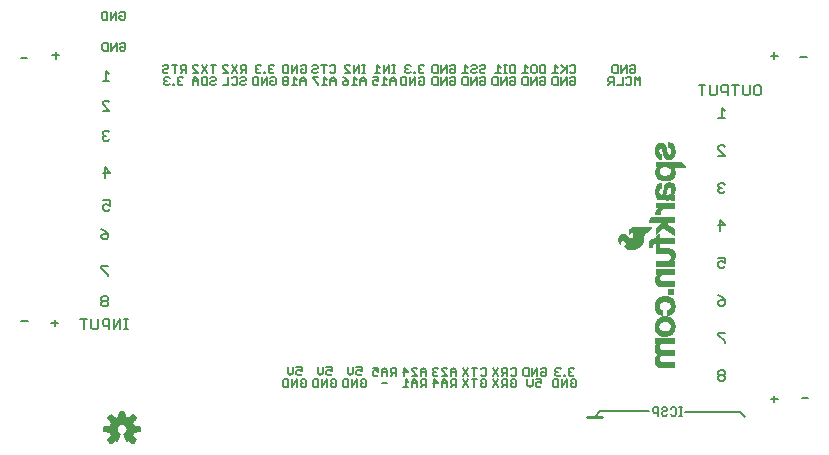
<source format=gbo>
G75*
G70*
%OFA0B0*%
%FSLAX24Y24*%
%IPPOS*%
%LPD*%
%AMOC8*
5,1,8,0,0,1.08239X$1,22.5*
%
%ADD10C,0.0080*%
%ADD11C,0.0100*%
%ADD12C,0.0050*%
%ADD13C,0.0060*%
%ADD14C,0.0059*%
%ADD15C,0.0010*%
%ADD16R,0.0191X0.0195*%
D10*
X019840Y005645D02*
X020020Y005825D01*
X021635Y005825D01*
X022840Y005805D02*
X024680Y005805D01*
X024840Y005645D01*
D11*
X020080Y005650D02*
X019580Y005650D01*
D12*
X019165Y006626D02*
X019075Y006626D01*
X019030Y006671D01*
X019030Y006761D01*
X019120Y006761D01*
X019210Y006671D02*
X019165Y006626D01*
X019210Y006671D02*
X019210Y006851D01*
X019165Y006896D01*
X019075Y006896D01*
X019030Y006851D01*
X018915Y006896D02*
X018735Y006626D01*
X018735Y006896D01*
X018621Y006896D02*
X018621Y006626D01*
X018486Y006626D01*
X018441Y006671D01*
X018441Y006851D01*
X018486Y006896D01*
X018621Y006896D01*
X018663Y007001D02*
X018708Y007046D01*
X018663Y007001D02*
X018573Y007001D01*
X018528Y007046D01*
X018528Y007091D01*
X018573Y007136D01*
X018618Y007136D01*
X018573Y007136D02*
X018528Y007181D01*
X018528Y007226D01*
X018573Y007271D01*
X018663Y007271D01*
X018708Y007226D01*
X018810Y007046D02*
X018810Y007001D01*
X018855Y007001D01*
X018855Y007046D01*
X018810Y007046D01*
X018970Y007046D02*
X019015Y007001D01*
X019105Y007001D01*
X019150Y007046D01*
X019060Y007136D02*
X019015Y007136D01*
X018970Y007091D01*
X018970Y007046D01*
X019015Y007136D02*
X018970Y007181D01*
X018970Y007226D01*
X019015Y007271D01*
X019105Y007271D01*
X019150Y007226D01*
X018915Y006896D02*
X018915Y006626D01*
X018220Y007046D02*
X018175Y007001D01*
X018085Y007001D01*
X018040Y007046D01*
X018040Y007136D01*
X018130Y007136D01*
X018220Y007226D02*
X018220Y007046D01*
X018220Y007226D02*
X018175Y007271D01*
X018085Y007271D01*
X018040Y007226D01*
X017925Y007271D02*
X017745Y007001D01*
X017745Y007271D01*
X017631Y007271D02*
X017496Y007271D01*
X017451Y007226D01*
X017451Y007046D01*
X017496Y007001D01*
X017631Y007001D01*
X017631Y007271D01*
X017925Y007271D02*
X017925Y007001D01*
X017880Y006896D02*
X018060Y006896D01*
X018060Y006761D01*
X017970Y006806D01*
X017925Y006806D01*
X017880Y006761D01*
X017880Y006671D01*
X017925Y006626D01*
X018015Y006626D01*
X018060Y006671D01*
X017765Y006716D02*
X017765Y006896D01*
X017585Y006896D02*
X017585Y006716D01*
X017675Y006626D01*
X017765Y006716D01*
X017210Y006671D02*
X017210Y006851D01*
X017165Y006896D01*
X017075Y006896D01*
X017030Y006851D01*
X017030Y006761D02*
X017120Y006761D01*
X017030Y006761D02*
X017030Y006671D01*
X017075Y006626D01*
X017165Y006626D01*
X017210Y006671D01*
X016915Y006716D02*
X016780Y006716D01*
X016735Y006761D01*
X016735Y006851D01*
X016780Y006896D01*
X016915Y006896D01*
X016915Y006626D01*
X016825Y006716D02*
X016735Y006626D01*
X016621Y006626D02*
X016441Y006896D01*
X016441Y007011D02*
X016621Y007281D01*
X016735Y007236D02*
X016735Y007146D01*
X016780Y007101D01*
X016915Y007101D01*
X016825Y007101D02*
X016735Y007011D01*
X016621Y007011D02*
X016441Y007281D01*
X016210Y007236D02*
X016210Y007056D01*
X016165Y007011D01*
X016075Y007011D01*
X016030Y007056D01*
X016075Y006896D02*
X016165Y006896D01*
X016210Y006851D01*
X016210Y006671D01*
X016165Y006626D01*
X016075Y006626D01*
X016030Y006671D01*
X016030Y006761D01*
X016120Y006761D01*
X016030Y006851D02*
X016075Y006896D01*
X015915Y006896D02*
X015735Y006896D01*
X015825Y006896D02*
X015825Y006626D01*
X015621Y006626D02*
X015441Y006896D01*
X015441Y007011D02*
X015621Y007281D01*
X015735Y007281D02*
X015915Y007281D01*
X015825Y007281D02*
X015825Y007011D01*
X015621Y007011D02*
X015441Y007281D01*
X015210Y007191D02*
X015210Y007011D01*
X015210Y006896D02*
X015075Y006896D01*
X015030Y006851D01*
X015030Y006761D01*
X015075Y006716D01*
X015210Y006716D01*
X015120Y006716D02*
X015030Y006626D01*
X014915Y006626D02*
X014915Y006806D01*
X014825Y006896D01*
X014735Y006806D01*
X014735Y006626D01*
X014735Y006761D02*
X014915Y006761D01*
X014915Y007011D02*
X014735Y007011D01*
X014621Y007056D02*
X014576Y007011D01*
X014486Y007011D01*
X014441Y007056D01*
X014441Y007101D01*
X014486Y007146D01*
X014531Y007146D01*
X014486Y007146D02*
X014441Y007191D01*
X014441Y007236D01*
X014486Y007281D01*
X014576Y007281D01*
X014621Y007236D01*
X014735Y007236D02*
X014780Y007281D01*
X014870Y007281D01*
X014915Y007236D01*
X015030Y007191D02*
X015030Y007011D01*
X014915Y007011D02*
X014735Y007191D01*
X014735Y007236D01*
X015030Y007191D02*
X015120Y007281D01*
X015210Y007191D01*
X015210Y007146D02*
X015030Y007146D01*
X015210Y006896D02*
X015210Y006626D01*
X015441Y006626D02*
X015621Y006896D01*
X016030Y007236D02*
X016075Y007281D01*
X016165Y007281D01*
X016210Y007236D01*
X016735Y007236D02*
X016780Y007281D01*
X016915Y007281D01*
X016915Y007011D01*
X017030Y007056D02*
X017075Y007011D01*
X017165Y007011D01*
X017210Y007056D01*
X017210Y007236D01*
X017165Y007281D01*
X017075Y007281D01*
X017030Y007236D01*
X016621Y006896D02*
X016441Y006626D01*
X014621Y006761D02*
X014441Y006761D01*
X014486Y006626D02*
X014486Y006896D01*
X014621Y006761D01*
X014210Y006716D02*
X014075Y006716D01*
X014030Y006761D01*
X014030Y006851D01*
X014075Y006896D01*
X014210Y006896D01*
X014210Y006626D01*
X014120Y006716D02*
X014030Y006626D01*
X013915Y006626D02*
X013915Y006806D01*
X013825Y006896D01*
X013735Y006806D01*
X013735Y006626D01*
X013621Y006626D02*
X013441Y006626D01*
X013531Y006626D02*
X013531Y006896D01*
X013621Y006806D01*
X013735Y006761D02*
X013915Y006761D01*
X013915Y007011D02*
X013735Y007191D01*
X013735Y007236D01*
X013780Y007281D01*
X013870Y007281D01*
X013915Y007236D01*
X014030Y007191D02*
X014030Y007011D01*
X013915Y007011D02*
X013735Y007011D01*
X013621Y007146D02*
X013441Y007146D01*
X013486Y007011D02*
X013486Y007281D01*
X013621Y007146D01*
X014030Y007146D02*
X014210Y007146D01*
X014210Y007191D02*
X014210Y007011D01*
X014210Y007191D02*
X014120Y007281D01*
X014030Y007191D01*
X013210Y007101D02*
X013075Y007101D01*
X013030Y007146D01*
X013030Y007236D01*
X013075Y007281D01*
X013210Y007281D01*
X013210Y007011D01*
X013120Y007101D02*
X013030Y007011D01*
X012915Y007011D02*
X012915Y007191D01*
X012825Y007281D01*
X012735Y007191D01*
X012735Y007011D01*
X012621Y007056D02*
X012576Y007011D01*
X012486Y007011D01*
X012441Y007056D01*
X012441Y007146D01*
X012486Y007191D01*
X012531Y007191D01*
X012621Y007146D01*
X012621Y007281D01*
X012441Y007281D01*
X012735Y007146D02*
X012915Y007146D01*
X012910Y006761D02*
X012730Y006761D01*
X012210Y006671D02*
X012165Y006626D01*
X012075Y006626D01*
X012030Y006671D01*
X012030Y006761D01*
X012120Y006761D01*
X012210Y006851D02*
X012210Y006671D01*
X012210Y006851D02*
X012165Y006896D01*
X012075Y006896D01*
X012030Y006851D01*
X011915Y006896D02*
X011735Y006626D01*
X011735Y006896D01*
X011621Y006896D02*
X011486Y006896D01*
X011441Y006851D01*
X011441Y006671D01*
X011486Y006626D01*
X011621Y006626D01*
X011621Y006896D01*
X011690Y007031D02*
X011600Y007121D01*
X011600Y007301D01*
X011780Y007301D02*
X011780Y007121D01*
X011690Y007031D01*
X011895Y007076D02*
X011940Y007031D01*
X012030Y007031D01*
X012075Y007076D01*
X012075Y007166D02*
X011985Y007211D01*
X011940Y007211D01*
X011895Y007166D01*
X011895Y007076D01*
X011915Y006896D02*
X011915Y006626D01*
X012075Y007166D02*
X012075Y007301D01*
X011895Y007301D01*
X011210Y006851D02*
X011210Y006671D01*
X011165Y006626D01*
X011075Y006626D01*
X011030Y006671D01*
X011030Y006761D01*
X011120Y006761D01*
X011210Y006851D02*
X011165Y006896D01*
X011075Y006896D01*
X011030Y006851D01*
X010915Y006896D02*
X010735Y006626D01*
X010735Y006896D01*
X010621Y006896D02*
X010486Y006896D01*
X010441Y006851D01*
X010441Y006671D01*
X010486Y006626D01*
X010621Y006626D01*
X010621Y006896D01*
X010690Y007031D02*
X010600Y007121D01*
X010600Y007301D01*
X010780Y007301D02*
X010780Y007121D01*
X010690Y007031D01*
X010895Y007076D02*
X010940Y007031D01*
X011030Y007031D01*
X011075Y007076D01*
X011075Y007166D02*
X010985Y007211D01*
X010940Y007211D01*
X010895Y007166D01*
X010895Y007076D01*
X010915Y006896D02*
X010915Y006626D01*
X011075Y007166D02*
X011075Y007301D01*
X010895Y007301D01*
X010210Y006851D02*
X010210Y006671D01*
X010165Y006626D01*
X010075Y006626D01*
X010030Y006671D01*
X010030Y006761D01*
X010120Y006761D01*
X010210Y006851D02*
X010165Y006896D01*
X010075Y006896D01*
X010030Y006851D01*
X009915Y006896D02*
X009735Y006626D01*
X009735Y006896D01*
X009621Y006896D02*
X009486Y006896D01*
X009441Y006851D01*
X009441Y006671D01*
X009486Y006626D01*
X009621Y006626D01*
X009621Y006896D01*
X009690Y007031D02*
X009600Y007121D01*
X009600Y007301D01*
X009780Y007301D02*
X009780Y007121D01*
X009690Y007031D01*
X009895Y007076D02*
X009940Y007031D01*
X010030Y007031D01*
X010075Y007076D01*
X010075Y007166D02*
X009985Y007211D01*
X009940Y007211D01*
X009895Y007166D01*
X009895Y007076D01*
X009915Y006896D02*
X009915Y006626D01*
X010075Y007166D02*
X010075Y007301D01*
X009895Y007301D01*
X021779Y005915D02*
X021779Y005825D01*
X021824Y005780D01*
X021959Y005780D01*
X021959Y005690D02*
X021959Y005960D01*
X021824Y005960D01*
X021779Y005915D01*
X022074Y005915D02*
X022119Y005960D01*
X022209Y005960D01*
X022254Y005915D01*
X022254Y005870D01*
X022209Y005825D01*
X022119Y005825D01*
X022074Y005780D01*
X022074Y005735D01*
X022119Y005690D01*
X022209Y005690D01*
X022254Y005735D01*
X022368Y005735D02*
X022413Y005690D01*
X022504Y005690D01*
X022549Y005735D01*
X022549Y005915D01*
X022504Y005960D01*
X022413Y005960D01*
X022368Y005915D01*
X022655Y005960D02*
X022745Y005960D01*
X022700Y005960D02*
X022700Y005690D01*
X022745Y005690D02*
X022655Y005690D01*
X021355Y016701D02*
X021355Y016971D01*
X021265Y016881D01*
X021175Y016971D01*
X021175Y016701D01*
X021060Y016746D02*
X021015Y016701D01*
X020925Y016701D01*
X020880Y016746D01*
X020766Y016701D02*
X020586Y016701D01*
X020471Y016701D02*
X020471Y016971D01*
X020336Y016971D01*
X020291Y016926D01*
X020291Y016836D01*
X020336Y016791D01*
X020471Y016791D01*
X020381Y016791D02*
X020291Y016701D01*
X020766Y016701D02*
X020766Y016971D01*
X020880Y016926D02*
X020925Y016971D01*
X021015Y016971D01*
X021060Y016926D01*
X021060Y016746D01*
X021060Y017101D02*
X021015Y017146D01*
X021015Y017236D01*
X021105Y017236D01*
X021195Y017326D02*
X021195Y017146D01*
X021150Y017101D01*
X021060Y017101D01*
X020900Y017101D02*
X020900Y017371D01*
X020720Y017101D01*
X020720Y017371D01*
X020606Y017371D02*
X020471Y017371D01*
X020426Y017326D01*
X020426Y017146D01*
X020471Y017101D01*
X020606Y017101D01*
X020606Y017371D01*
X021015Y017326D02*
X021060Y017371D01*
X021150Y017371D01*
X021195Y017326D01*
X019195Y017326D02*
X019195Y017146D01*
X019150Y017101D01*
X019060Y017101D01*
X019015Y017146D01*
X018900Y017191D02*
X018720Y017371D01*
X018606Y017281D02*
X018516Y017371D01*
X018516Y017101D01*
X018606Y017101D02*
X018426Y017101D01*
X018471Y016971D02*
X018606Y016971D01*
X018606Y016701D01*
X018471Y016701D01*
X018426Y016746D01*
X018426Y016926D01*
X018471Y016971D01*
X018720Y016971D02*
X018720Y016701D01*
X018900Y016971D01*
X018900Y016701D01*
X019015Y016746D02*
X019015Y016836D01*
X019105Y016836D01*
X019195Y016746D02*
X019150Y016701D01*
X019060Y016701D01*
X019015Y016746D01*
X019195Y016746D02*
X019195Y016926D01*
X019150Y016971D01*
X019060Y016971D01*
X019015Y016926D01*
X018900Y017101D02*
X018900Y017371D01*
X019015Y017326D02*
X019060Y017371D01*
X019150Y017371D01*
X019195Y017326D01*
X018855Y017236D02*
X018720Y017101D01*
X018195Y017101D02*
X018060Y017101D01*
X018015Y017146D01*
X018015Y017326D01*
X018060Y017371D01*
X018195Y017371D01*
X018195Y017101D01*
X018150Y016971D02*
X018195Y016926D01*
X018195Y016746D01*
X018150Y016701D01*
X018060Y016701D01*
X018015Y016746D01*
X018015Y016836D01*
X018105Y016836D01*
X018015Y016926D02*
X018060Y016971D01*
X018150Y016971D01*
X017900Y016971D02*
X017720Y016701D01*
X017720Y016971D01*
X017606Y016971D02*
X017471Y016971D01*
X017426Y016926D01*
X017426Y016746D01*
X017471Y016701D01*
X017606Y016701D01*
X017606Y016971D01*
X017606Y017101D02*
X017426Y017101D01*
X017516Y017101D02*
X017516Y017371D01*
X017606Y017281D01*
X017720Y017326D02*
X017765Y017371D01*
X017855Y017371D01*
X017900Y017326D01*
X017900Y017146D01*
X017855Y017101D01*
X017765Y017101D01*
X017720Y017146D01*
X017720Y017326D01*
X017900Y016971D02*
X017900Y016701D01*
X017195Y016746D02*
X017150Y016701D01*
X017060Y016701D01*
X017015Y016746D01*
X017015Y016836D01*
X017105Y016836D01*
X017195Y016926D02*
X017195Y016746D01*
X017195Y016926D02*
X017150Y016971D01*
X017060Y016971D01*
X017015Y016926D01*
X016900Y016971D02*
X016720Y016701D01*
X016720Y016971D01*
X016606Y016971D02*
X016471Y016971D01*
X016426Y016926D01*
X016426Y016746D01*
X016471Y016701D01*
X016606Y016701D01*
X016606Y016971D01*
X016614Y017101D02*
X016614Y017371D01*
X016704Y017281D01*
X016810Y017371D02*
X016900Y017371D01*
X016855Y017371D02*
X016855Y017101D01*
X016900Y017101D02*
X016810Y017101D01*
X016704Y017101D02*
X016524Y017101D01*
X016195Y017146D02*
X016150Y017101D01*
X016060Y017101D01*
X016015Y017146D01*
X016015Y017191D01*
X016060Y017236D01*
X016150Y017236D01*
X016195Y017281D01*
X016195Y017326D01*
X016150Y017371D01*
X016060Y017371D01*
X016015Y017326D01*
X015900Y017326D02*
X015900Y017281D01*
X015855Y017236D01*
X015765Y017236D01*
X015720Y017191D01*
X015720Y017146D01*
X015765Y017101D01*
X015855Y017101D01*
X015900Y017146D01*
X015900Y016971D02*
X015720Y016701D01*
X015720Y016971D01*
X015606Y016971D02*
X015471Y016971D01*
X015426Y016926D01*
X015426Y016746D01*
X015471Y016701D01*
X015606Y016701D01*
X015606Y016971D01*
X015606Y017101D02*
X015426Y017101D01*
X015516Y017101D02*
X015516Y017371D01*
X015606Y017281D01*
X015720Y017326D02*
X015765Y017371D01*
X015855Y017371D01*
X015900Y017326D01*
X015900Y016971D02*
X015900Y016701D01*
X016015Y016746D02*
X016015Y016836D01*
X016105Y016836D01*
X016195Y016926D02*
X016195Y016746D01*
X016150Y016701D01*
X016060Y016701D01*
X016015Y016746D01*
X016015Y016926D02*
X016060Y016971D01*
X016150Y016971D01*
X016195Y016926D01*
X016900Y016971D02*
X016900Y016701D01*
X017060Y017101D02*
X017015Y017146D01*
X017015Y017326D01*
X017060Y017371D01*
X017195Y017371D01*
X017195Y017101D01*
X017060Y017101D01*
X015195Y017146D02*
X015150Y017101D01*
X015060Y017101D01*
X015015Y017146D01*
X015015Y017236D01*
X015105Y017236D01*
X015195Y017326D02*
X015195Y017146D01*
X015195Y017326D02*
X015150Y017371D01*
X015060Y017371D01*
X015015Y017326D01*
X014900Y017371D02*
X014720Y017101D01*
X014720Y017371D01*
X014606Y017371D02*
X014471Y017371D01*
X014426Y017326D01*
X014426Y017146D01*
X014471Y017101D01*
X014606Y017101D01*
X014606Y017371D01*
X014900Y017371D02*
X014900Y017101D01*
X014900Y016971D02*
X014720Y016701D01*
X014720Y016971D01*
X014606Y016971D02*
X014471Y016971D01*
X014426Y016926D01*
X014426Y016746D01*
X014471Y016701D01*
X014606Y016701D01*
X014606Y016971D01*
X014900Y016971D02*
X014900Y016701D01*
X015015Y016746D02*
X015015Y016836D01*
X015105Y016836D01*
X015195Y016926D02*
X015195Y016746D01*
X015150Y016701D01*
X015060Y016701D01*
X015015Y016746D01*
X015015Y016926D02*
X015060Y016971D01*
X015150Y016971D01*
X015195Y016926D01*
X014145Y016926D02*
X014145Y016746D01*
X014100Y016701D01*
X014010Y016701D01*
X013965Y016746D01*
X013965Y016836D01*
X014055Y016836D01*
X014145Y016926D02*
X014100Y016971D01*
X014010Y016971D01*
X013965Y016926D01*
X013850Y016971D02*
X013670Y016701D01*
X013670Y016971D01*
X013556Y016971D02*
X013421Y016971D01*
X013376Y016926D01*
X013376Y016746D01*
X013421Y016701D01*
X013556Y016701D01*
X013556Y016971D01*
X013568Y017101D02*
X013658Y017101D01*
X013703Y017146D01*
X013805Y017146D02*
X013805Y017101D01*
X013850Y017101D01*
X013850Y017146D01*
X013805Y017146D01*
X013965Y017146D02*
X013965Y017191D01*
X014010Y017236D01*
X014055Y017236D01*
X014010Y017236D02*
X013965Y017281D01*
X013965Y017326D01*
X014010Y017371D01*
X014100Y017371D01*
X014145Y017326D01*
X014145Y017146D02*
X014100Y017101D01*
X014010Y017101D01*
X013965Y017146D01*
X013850Y016971D02*
X013850Y016701D01*
X013205Y016701D02*
X013205Y016881D01*
X013115Y016971D01*
X013025Y016881D01*
X013025Y016701D01*
X012910Y016701D02*
X012730Y016701D01*
X012820Y016701D02*
X012820Y016971D01*
X012910Y016881D01*
X013025Y016836D02*
X013205Y016836D01*
X013175Y017091D02*
X013085Y017091D01*
X013130Y017091D02*
X013130Y017361D01*
X013175Y017361D02*
X013085Y017361D01*
X012979Y017361D02*
X012798Y017091D01*
X012798Y017361D01*
X012684Y017271D02*
X012594Y017361D01*
X012594Y017091D01*
X012684Y017091D02*
X012504Y017091D01*
X012436Y016971D02*
X012616Y016971D01*
X012616Y016836D01*
X012526Y016881D01*
X012481Y016881D01*
X012436Y016836D01*
X012436Y016746D01*
X012481Y016701D01*
X012571Y016701D01*
X012616Y016746D01*
X012205Y016701D02*
X012205Y016881D01*
X012115Y016971D01*
X012025Y016881D01*
X012025Y016701D01*
X011910Y016701D02*
X011730Y016701D01*
X011820Y016701D02*
X011820Y016971D01*
X011910Y016881D01*
X012025Y016836D02*
X012205Y016836D01*
X012175Y017101D02*
X012085Y017101D01*
X012130Y017101D02*
X012130Y017371D01*
X012175Y017371D02*
X012085Y017371D01*
X011979Y017371D02*
X011798Y017101D01*
X011798Y017371D01*
X011684Y017326D02*
X011639Y017371D01*
X011549Y017371D01*
X011504Y017326D01*
X011504Y017281D01*
X011684Y017101D01*
X011504Y017101D01*
X011436Y016971D02*
X011526Y016926D01*
X011616Y016836D01*
X011481Y016836D01*
X011436Y016791D01*
X011436Y016746D01*
X011481Y016701D01*
X011571Y016701D01*
X011616Y016746D01*
X011616Y016836D01*
X011205Y016836D02*
X011025Y016836D01*
X011025Y016881D02*
X011025Y016701D01*
X010910Y016701D02*
X010730Y016701D01*
X010820Y016701D02*
X010820Y016971D01*
X010910Y016881D01*
X011025Y016881D02*
X011115Y016971D01*
X011205Y016881D01*
X011205Y016701D01*
X010616Y016701D02*
X010616Y016746D01*
X010436Y016926D01*
X010436Y016971D01*
X010616Y016971D01*
X010561Y017101D02*
X010606Y017146D01*
X010561Y017101D02*
X010471Y017101D01*
X010426Y017146D01*
X010426Y017191D01*
X010471Y017236D01*
X010561Y017236D01*
X010606Y017281D01*
X010606Y017326D01*
X010561Y017371D01*
X010471Y017371D01*
X010426Y017326D01*
X010215Y017326D02*
X010215Y017146D01*
X010170Y017101D01*
X010080Y017101D01*
X010035Y017146D01*
X010035Y017236D01*
X010125Y017236D01*
X010215Y017326D02*
X010170Y017371D01*
X010080Y017371D01*
X010035Y017326D01*
X009920Y017371D02*
X009740Y017101D01*
X009740Y017371D01*
X009626Y017371D02*
X009491Y017371D01*
X009446Y017326D01*
X009446Y017146D01*
X009491Y017101D01*
X009626Y017101D01*
X009626Y017371D01*
X009920Y017371D02*
X009920Y017101D01*
X009820Y016971D02*
X009820Y016701D01*
X009910Y016701D02*
X009730Y016701D01*
X009616Y016746D02*
X009616Y016791D01*
X009571Y016836D01*
X009481Y016836D01*
X009436Y016791D01*
X009436Y016746D01*
X009481Y016701D01*
X009571Y016701D01*
X009616Y016746D01*
X009571Y016836D02*
X009616Y016881D01*
X009616Y016926D01*
X009571Y016971D01*
X009481Y016971D01*
X009436Y016926D01*
X009436Y016881D01*
X009481Y016836D01*
X009205Y016926D02*
X009205Y016746D01*
X009160Y016701D01*
X009070Y016701D01*
X009025Y016746D01*
X009025Y016836D01*
X009115Y016836D01*
X009205Y016926D02*
X009160Y016971D01*
X009070Y016971D01*
X009025Y016926D01*
X008910Y016971D02*
X008730Y016701D01*
X008730Y016971D01*
X008616Y016971D02*
X008481Y016971D01*
X008436Y016926D01*
X008436Y016746D01*
X008481Y016701D01*
X008616Y016701D01*
X008616Y016971D01*
X008578Y017101D02*
X008668Y017101D01*
X008713Y017146D01*
X008668Y017101D01*
X008578Y017101D01*
X008533Y017146D01*
X008533Y017191D01*
X008578Y017236D01*
X008623Y017236D01*
X008578Y017236D01*
X008533Y017281D01*
X008533Y017326D01*
X008578Y017371D01*
X008668Y017371D01*
X008713Y017326D01*
X008668Y017371D01*
X008578Y017371D01*
X008533Y017326D01*
X008533Y017281D01*
X008578Y017236D01*
X008533Y017191D01*
X008533Y017146D01*
X008578Y017101D01*
X008815Y017101D02*
X008860Y017101D01*
X008860Y017146D01*
X008815Y017146D01*
X008815Y017101D01*
X008860Y017101D01*
X008860Y017146D01*
X008815Y017146D01*
X008815Y017101D01*
X008910Y016971D02*
X008910Y016701D01*
X009020Y017101D02*
X009110Y017101D01*
X009155Y017146D01*
X009110Y017101D01*
X009020Y017101D01*
X008975Y017146D01*
X008975Y017191D01*
X009020Y017236D01*
X009065Y017236D01*
X009020Y017236D01*
X008975Y017281D01*
X008975Y017326D01*
X009020Y017371D01*
X009110Y017371D01*
X009155Y017326D01*
X009110Y017371D01*
X009020Y017371D01*
X008975Y017326D01*
X008975Y017281D01*
X009020Y017236D01*
X008975Y017191D01*
X008975Y017146D01*
X009020Y017101D01*
X008215Y017101D02*
X008215Y017371D01*
X008080Y017371D01*
X008035Y017326D01*
X008035Y017236D01*
X008080Y017191D01*
X008215Y017191D01*
X008125Y017191D02*
X008035Y017101D01*
X007920Y017101D02*
X007740Y017371D01*
X007626Y017326D02*
X007581Y017371D01*
X007491Y017371D01*
X007446Y017326D01*
X007446Y017281D01*
X007626Y017101D01*
X007446Y017101D01*
X007616Y016971D02*
X007616Y016701D01*
X007436Y016701D01*
X007205Y016746D02*
X007160Y016701D01*
X007070Y016701D01*
X007025Y016746D01*
X007025Y016791D01*
X007070Y016836D01*
X007160Y016836D01*
X007205Y016881D01*
X007205Y016926D01*
X007160Y016971D01*
X007070Y016971D01*
X007025Y016926D01*
X006910Y016971D02*
X006910Y016701D01*
X006775Y016701D01*
X006730Y016746D01*
X006730Y016926D01*
X006775Y016971D01*
X006910Y016971D01*
X006920Y017101D02*
X006740Y017371D01*
X006626Y017326D02*
X006581Y017371D01*
X006491Y017371D01*
X006446Y017326D01*
X006446Y017281D01*
X006626Y017101D01*
X006446Y017101D01*
X006526Y016971D02*
X006436Y016881D01*
X006436Y016701D01*
X006436Y016836D02*
X006616Y016836D01*
X006616Y016881D02*
X006526Y016971D01*
X006616Y016881D02*
X006616Y016701D01*
X006115Y016746D02*
X006070Y016701D01*
X005980Y016701D01*
X005935Y016746D01*
X005935Y016791D01*
X005980Y016836D01*
X006025Y016836D01*
X005980Y016836D02*
X005935Y016881D01*
X005935Y016926D01*
X005980Y016971D01*
X006070Y016971D01*
X006115Y016926D01*
X006035Y017101D02*
X006125Y017191D01*
X006080Y017191D02*
X006215Y017191D01*
X006215Y017101D02*
X006215Y017371D01*
X006080Y017371D01*
X006035Y017326D01*
X006035Y017236D01*
X006080Y017191D01*
X005920Y017371D02*
X005740Y017371D01*
X005830Y017371D02*
X005830Y017101D01*
X005626Y017146D02*
X005581Y017101D01*
X005491Y017101D01*
X005446Y017146D01*
X005446Y017191D01*
X005491Y017236D01*
X005581Y017236D01*
X005626Y017281D01*
X005626Y017326D01*
X005581Y017371D01*
X005491Y017371D01*
X005446Y017326D01*
X005538Y016971D02*
X005493Y016926D01*
X005493Y016881D01*
X005538Y016836D01*
X005493Y016791D01*
X005493Y016746D01*
X005538Y016701D01*
X005628Y016701D01*
X005673Y016746D01*
X005775Y016746D02*
X005775Y016701D01*
X005820Y016701D01*
X005820Y016746D01*
X005775Y016746D01*
X005673Y016926D02*
X005628Y016971D01*
X005538Y016971D01*
X005538Y016836D02*
X005583Y016836D01*
X006740Y017101D02*
X006920Y017371D01*
X007035Y017371D02*
X007215Y017371D01*
X007125Y017371D02*
X007125Y017101D01*
X007740Y017101D02*
X007920Y017371D01*
X007865Y016971D02*
X007775Y016971D01*
X007730Y016926D01*
X007865Y016971D02*
X007910Y016926D01*
X007910Y016746D01*
X007865Y016701D01*
X007775Y016701D01*
X007730Y016746D01*
X008025Y016746D02*
X008025Y016791D01*
X008070Y016836D01*
X008160Y016836D01*
X008205Y016881D01*
X008205Y016926D01*
X008160Y016971D01*
X008070Y016971D01*
X008025Y016926D01*
X008025Y016746D02*
X008070Y016701D01*
X008160Y016701D01*
X008205Y016746D01*
X009820Y016971D02*
X009910Y016881D01*
X010025Y016881D02*
X010025Y016701D01*
X010025Y016836D02*
X010205Y016836D01*
X010205Y016881D02*
X010115Y016971D01*
X010025Y016881D01*
X010205Y016881D02*
X010205Y016701D01*
X010810Y017101D02*
X010810Y017371D01*
X010900Y017371D02*
X010720Y017371D01*
X011015Y017326D02*
X011060Y017371D01*
X011150Y017371D01*
X011195Y017326D01*
X011195Y017146D01*
X011150Y017101D01*
X011060Y017101D01*
X011015Y017146D01*
X011979Y017101D02*
X011979Y017371D01*
X012979Y017361D02*
X012979Y017091D01*
X013523Y017146D02*
X013568Y017101D01*
X013523Y017146D02*
X013523Y017191D01*
X013568Y017236D01*
X013613Y017236D01*
X013568Y017236D02*
X013523Y017281D01*
X013523Y017326D01*
X013568Y017371D01*
X013658Y017371D01*
X013703Y017326D01*
X004195Y017896D02*
X004150Y017851D01*
X004060Y017851D01*
X004015Y017896D01*
X004015Y017986D01*
X004105Y017986D01*
X004195Y018076D02*
X004195Y017896D01*
X004195Y018076D02*
X004150Y018121D01*
X004060Y018121D01*
X004015Y018076D01*
X003900Y018121D02*
X003720Y017851D01*
X003720Y018121D01*
X003606Y018121D02*
X003471Y018121D01*
X003426Y018076D01*
X003426Y017896D01*
X003471Y017851D01*
X003606Y017851D01*
X003606Y018121D01*
X003900Y018121D02*
X003900Y017851D01*
X003880Y018881D02*
X003880Y019151D01*
X003700Y018881D01*
X003700Y019151D01*
X003586Y019151D02*
X003451Y019151D01*
X003406Y019106D01*
X003406Y018926D01*
X003451Y018881D01*
X003586Y018881D01*
X003586Y019151D01*
X003995Y019106D02*
X004040Y019151D01*
X004130Y019151D01*
X004175Y019106D01*
X004175Y018926D01*
X004130Y018881D01*
X004040Y018881D01*
X003995Y018926D01*
X003995Y019016D01*
X004085Y019016D01*
D13*
X001983Y017694D02*
X001756Y017694D01*
X001870Y017807D02*
X001870Y017580D01*
X000927Y017613D02*
X000700Y017613D01*
X003433Y016850D02*
X003660Y016850D01*
X003547Y016850D02*
X003547Y017190D01*
X003660Y017077D01*
X003603Y016190D02*
X003660Y016134D01*
X003603Y016190D02*
X003490Y016190D01*
X003433Y016134D01*
X003433Y016077D01*
X003660Y015850D01*
X003433Y015850D01*
X003490Y015190D02*
X003433Y015134D01*
X003433Y015077D01*
X003490Y015020D01*
X003433Y014963D01*
X003433Y014907D01*
X003490Y014850D01*
X003603Y014850D01*
X003660Y014907D01*
X003547Y015020D02*
X003490Y015020D01*
X003490Y015190D02*
X003603Y015190D01*
X003660Y015134D01*
X003500Y013960D02*
X003670Y013790D01*
X003443Y013790D01*
X003500Y013620D02*
X003500Y013960D01*
X003443Y012860D02*
X003670Y012860D01*
X003670Y012690D01*
X003557Y012747D01*
X003500Y012747D01*
X003443Y012690D01*
X003443Y012577D01*
X003500Y012520D01*
X003613Y012520D01*
X003670Y012577D01*
X003393Y011910D02*
X003507Y011854D01*
X003620Y011740D01*
X003450Y011740D01*
X003393Y011683D01*
X003393Y011627D01*
X003450Y011570D01*
X003563Y011570D01*
X003620Y011627D01*
X003620Y011740D01*
X003620Y010670D02*
X003393Y010670D01*
X003393Y010614D01*
X003620Y010387D01*
X003620Y010330D01*
X003563Y009670D02*
X003450Y009670D01*
X003393Y009614D01*
X003393Y009557D01*
X003450Y009500D01*
X003563Y009500D01*
X003620Y009557D01*
X003620Y009614D01*
X003563Y009670D01*
X003563Y009500D02*
X003620Y009443D01*
X003620Y009387D01*
X003563Y009330D01*
X003450Y009330D01*
X003393Y009387D01*
X003393Y009443D01*
X003450Y009500D01*
X003486Y008900D02*
X003429Y008844D01*
X003429Y008730D01*
X003486Y008673D01*
X003656Y008673D01*
X003656Y008560D02*
X003656Y008900D01*
X003486Y008900D01*
X003288Y008900D02*
X003288Y008617D01*
X003231Y008560D01*
X003118Y008560D01*
X003061Y008617D01*
X003061Y008900D01*
X002920Y008900D02*
X002693Y008900D01*
X002806Y008900D02*
X002806Y008560D01*
X001943Y008774D02*
X001716Y008774D01*
X001830Y008887D02*
X001830Y008660D01*
X000937Y008833D02*
X000710Y008833D01*
X003798Y008900D02*
X003798Y008560D01*
X004024Y008900D01*
X004024Y008560D01*
X004157Y008560D02*
X004270Y008560D01*
X004213Y008560D02*
X004213Y008900D01*
X004157Y008900D02*
X004270Y008900D01*
X023415Y016360D02*
X023415Y016700D01*
X023528Y016700D02*
X023302Y016700D01*
X023670Y016700D02*
X023670Y016417D01*
X023727Y016360D01*
X023840Y016360D01*
X023897Y016417D01*
X023897Y016700D01*
X024038Y016644D02*
X024038Y016530D01*
X024095Y016473D01*
X024265Y016473D01*
X024265Y016360D02*
X024265Y016700D01*
X024095Y016700D01*
X024038Y016644D01*
X024407Y016700D02*
X024633Y016700D01*
X024520Y016700D02*
X024520Y016360D01*
X024775Y016417D02*
X024775Y016700D01*
X025002Y016700D02*
X025002Y016417D01*
X024945Y016360D01*
X024832Y016360D01*
X024775Y016417D01*
X025143Y016417D02*
X025143Y016644D01*
X025200Y016700D01*
X025313Y016700D01*
X025370Y016644D01*
X025370Y016417D01*
X025313Y016360D01*
X025200Y016360D01*
X025143Y016417D01*
X024180Y015833D02*
X024067Y015946D01*
X024067Y015606D01*
X024180Y015606D02*
X023953Y015606D01*
X024010Y014696D02*
X024123Y014696D01*
X024180Y014639D01*
X024010Y014696D02*
X023953Y014639D01*
X023953Y014583D01*
X024180Y014356D01*
X023953Y014356D01*
X024010Y013446D02*
X023953Y013389D01*
X023953Y013333D01*
X024010Y013276D01*
X023953Y013219D01*
X023953Y013163D01*
X024010Y013106D01*
X024123Y013106D01*
X024180Y013163D01*
X024067Y013276D02*
X024010Y013276D01*
X024010Y013446D02*
X024123Y013446D01*
X024180Y013389D01*
X024010Y012196D02*
X024180Y012026D01*
X023953Y012026D01*
X024010Y011856D02*
X024010Y012196D01*
X023953Y010946D02*
X024180Y010946D01*
X024180Y010776D01*
X024067Y010833D01*
X024010Y010833D01*
X023953Y010776D01*
X023953Y010663D01*
X024010Y010606D01*
X024123Y010606D01*
X024180Y010663D01*
X023953Y009696D02*
X024067Y009639D01*
X024180Y009526D01*
X024010Y009526D01*
X023953Y009469D01*
X023953Y009413D01*
X024010Y009356D01*
X024123Y009356D01*
X024180Y009413D01*
X024180Y009526D01*
X024180Y008446D02*
X023953Y008446D01*
X023953Y008389D01*
X024180Y008163D01*
X024180Y008106D01*
X024123Y007196D02*
X024010Y007196D01*
X023953Y007139D01*
X023953Y007083D01*
X024010Y007026D01*
X024123Y007026D01*
X024180Y007083D01*
X024180Y007139D01*
X024123Y007196D01*
X024123Y007026D02*
X024180Y006969D01*
X024180Y006913D01*
X024123Y006856D01*
X024010Y006856D01*
X023953Y006913D01*
X023953Y006969D01*
X024010Y007026D01*
X025708Y006240D02*
X025935Y006240D01*
X025822Y006127D02*
X025822Y006354D01*
X026733Y006280D02*
X026960Y006280D01*
X025822Y017567D02*
X025822Y017794D01*
X025935Y017680D02*
X025708Y017680D01*
X026683Y017650D02*
X026910Y017650D01*
D14*
X003716Y004765D02*
X003615Y004866D01*
X003736Y005015D01*
X003705Y005075D01*
X003684Y005139D01*
X003494Y005158D01*
X003494Y005302D01*
X003684Y005321D01*
X003705Y005385D01*
X003736Y005445D01*
X003615Y005594D01*
X003716Y005695D01*
X003865Y005574D01*
X003925Y005605D01*
X003989Y005626D01*
X004008Y005816D01*
X004152Y005816D01*
X004171Y005626D01*
X004235Y005605D01*
X004295Y005574D01*
X004444Y005695D01*
X004545Y005594D01*
X004424Y005445D01*
X004455Y005385D01*
X004476Y005321D01*
X004666Y005302D01*
X004666Y005158D01*
X004476Y005139D01*
X004455Y005075D01*
X004424Y005015D01*
X004545Y004866D01*
X004444Y004765D01*
X004295Y004886D01*
X004235Y004855D01*
X004151Y005059D01*
X004188Y005081D01*
X004220Y005110D01*
X004244Y005146D01*
X004259Y005187D01*
X004265Y005230D01*
X004259Y005274D01*
X004244Y005315D01*
X004219Y005352D01*
X004186Y005381D01*
X004147Y005402D01*
X004104Y005413D01*
X004060Y005413D01*
X004017Y005403D01*
X003978Y005383D01*
X003944Y005355D01*
X003918Y005319D01*
X003902Y005278D01*
X003896Y005234D01*
X003900Y005190D01*
X003915Y005148D01*
X003939Y005111D01*
X003971Y005081D01*
X004009Y005059D01*
X003925Y004855D01*
X003865Y004886D01*
X003716Y004765D01*
X003693Y004788D02*
X003745Y004788D01*
X003815Y004845D02*
X003636Y004845D01*
X003644Y004903D02*
X003944Y004903D01*
X003968Y004960D02*
X003691Y004960D01*
X003734Y005018D02*
X003992Y005018D01*
X003981Y005076D02*
X003705Y005076D01*
X003686Y005133D02*
X003924Y005133D01*
X003900Y005191D02*
X003494Y005191D01*
X003494Y005248D02*
X003898Y005248D01*
X003913Y005306D02*
X003531Y005306D01*
X003698Y005363D02*
X003954Y005363D01*
X003902Y005594D02*
X004258Y005594D01*
X004319Y005594D02*
X004545Y005594D01*
X004498Y005536D02*
X003662Y005536D01*
X003709Y005478D02*
X004451Y005478D01*
X004437Y005421D02*
X003723Y005421D01*
X003615Y005594D02*
X003841Y005594D01*
X003771Y005651D02*
X003672Y005651D01*
X003991Y005651D02*
X004169Y005651D01*
X004163Y005709D02*
X003997Y005709D01*
X004003Y005766D02*
X004157Y005766D01*
X004389Y005651D02*
X004488Y005651D01*
X004462Y005363D02*
X004206Y005363D01*
X004247Y005306D02*
X004629Y005306D01*
X004666Y005248D02*
X004262Y005248D01*
X004260Y005191D02*
X004666Y005191D01*
X004474Y005133D02*
X004236Y005133D01*
X004179Y005076D02*
X004455Y005076D01*
X004426Y005018D02*
X004168Y005018D01*
X004192Y004960D02*
X004469Y004960D01*
X004516Y004903D02*
X004216Y004903D01*
X004345Y004845D02*
X004524Y004845D01*
X004467Y004788D02*
X004415Y004788D01*
D15*
X021979Y010260D02*
X021981Y010304D01*
X021985Y010327D01*
X021993Y010348D01*
X022006Y010367D01*
X022029Y010388D01*
X022057Y010403D01*
X022087Y010412D01*
X022119Y010415D01*
X022488Y010415D01*
X022488Y010581D01*
X021869Y010581D01*
X021869Y010422D01*
X021956Y010422D01*
X021956Y010419D01*
X021955Y010415D01*
X021953Y010412D01*
X021947Y010407D01*
X021932Y010396D01*
X021913Y010380D01*
X021897Y010362D01*
X021875Y010327D01*
X021860Y010287D01*
X021854Y010246D01*
X021856Y010167D01*
X021864Y010129D01*
X021881Y010093D01*
X021905Y010062D01*
X021928Y010043D01*
X021953Y010028D01*
X021981Y010017D01*
X022025Y010008D01*
X022069Y010004D01*
X022484Y010004D01*
X022484Y010165D01*
X022104Y010165D01*
X022075Y010168D01*
X022047Y010175D01*
X022021Y010188D01*
X022005Y010200D01*
X021992Y010216D01*
X021983Y010234D01*
X021980Y010247D01*
X021979Y010260D01*
X021981Y010304D01*
X021981Y010306D02*
X021867Y010306D01*
X021870Y010314D02*
X021983Y010314D01*
X021984Y010323D02*
X021873Y010323D01*
X021878Y010331D02*
X021986Y010331D01*
X021990Y010340D02*
X021883Y010340D01*
X021888Y010348D02*
X021993Y010348D01*
X021999Y010357D02*
X021894Y010357D01*
X021900Y010365D02*
X022005Y010365D01*
X022013Y010374D02*
X021908Y010374D01*
X021916Y010382D02*
X022023Y010382D01*
X022034Y010391D02*
X021926Y010391D01*
X021936Y010399D02*
X022050Y010399D01*
X022073Y010408D02*
X021948Y010408D01*
X021955Y010416D02*
X022488Y010416D01*
X022488Y010415D02*
X022488Y010581D01*
X021869Y010581D01*
X021869Y010422D01*
X021956Y010422D01*
X021956Y010419D01*
X021955Y010415D01*
X021953Y010412D01*
X021954Y010411D02*
X021948Y010406D01*
X021869Y010425D02*
X022488Y010425D01*
X022488Y010433D02*
X021869Y010433D01*
X021869Y010442D02*
X022488Y010442D01*
X022488Y010450D02*
X021869Y010450D01*
X021869Y010459D02*
X022488Y010459D01*
X022488Y010467D02*
X021869Y010467D01*
X021869Y010476D02*
X022488Y010476D01*
X022488Y010484D02*
X021869Y010484D01*
X021869Y010493D02*
X022488Y010493D01*
X022488Y010501D02*
X021869Y010501D01*
X021869Y010510D02*
X022488Y010510D01*
X022488Y010518D02*
X021869Y010518D01*
X021869Y010527D02*
X022488Y010527D01*
X022488Y010535D02*
X021869Y010535D01*
X021869Y010544D02*
X022488Y010544D01*
X022488Y010552D02*
X021869Y010552D01*
X021869Y010561D02*
X022488Y010561D01*
X022488Y010569D02*
X021869Y010569D01*
X021869Y010578D02*
X022488Y010578D01*
X022485Y010679D02*
X021870Y010679D01*
X021870Y010845D01*
X022197Y010845D01*
X022246Y010848D01*
X022294Y010857D01*
X022317Y010866D01*
X022337Y010879D01*
X022353Y010897D01*
X022365Y010918D01*
X022374Y010946D01*
X022376Y010976D01*
X022373Y011005D01*
X022364Y011033D01*
X022355Y011049D01*
X022342Y011064D01*
X022327Y011075D01*
X022296Y011089D01*
X022262Y011095D01*
X021868Y011095D01*
X021868Y011258D01*
X022293Y011258D01*
X022336Y011254D01*
X022378Y011242D01*
X022417Y011223D01*
X022452Y011197D01*
X022461Y011187D01*
X022482Y011152D01*
X022495Y011113D01*
X021868Y011113D01*
X021868Y011105D02*
X022496Y011105D01*
X022495Y011113D02*
X022501Y011072D01*
X022500Y011013D01*
X022491Y010955D01*
X022488Y010945D01*
X022483Y010935D01*
X022457Y010898D01*
X022426Y010866D01*
X022391Y010838D01*
X022391Y010837D01*
X022485Y010837D01*
X022485Y010679D01*
X022485Y010680D02*
X021870Y010680D01*
X021870Y010688D02*
X022485Y010688D01*
X022485Y010697D02*
X021870Y010697D01*
X021870Y010705D02*
X022485Y010705D01*
X022485Y010714D02*
X021870Y010714D01*
X021870Y010722D02*
X022485Y010722D01*
X022485Y010731D02*
X021870Y010731D01*
X021870Y010739D02*
X022485Y010739D01*
X022485Y010748D02*
X021870Y010748D01*
X021870Y010756D02*
X022485Y010756D01*
X022485Y010765D02*
X021870Y010765D01*
X021870Y010773D02*
X022485Y010773D01*
X022485Y010782D02*
X021870Y010782D01*
X021870Y010790D02*
X022485Y010790D01*
X022485Y010799D02*
X021870Y010799D01*
X021870Y010807D02*
X022485Y010807D01*
X022485Y010816D02*
X021870Y010816D01*
X021870Y010824D02*
X022485Y010824D01*
X022485Y010833D02*
X021870Y010833D01*
X021870Y010841D02*
X022395Y010841D01*
X022406Y010850D02*
X022255Y010850D01*
X022297Y010858D02*
X022417Y010858D01*
X022427Y010867D02*
X022318Y010867D01*
X022331Y010875D02*
X022435Y010875D01*
X022443Y010884D02*
X022341Y010884D01*
X022349Y010892D02*
X022451Y010892D01*
X022459Y010901D02*
X022355Y010901D01*
X022360Y010909D02*
X022465Y010909D01*
X022471Y010918D02*
X022365Y010918D01*
X022368Y010926D02*
X022477Y010926D01*
X022483Y010935D02*
X022370Y010935D01*
X022373Y010943D02*
X022487Y010943D01*
X022490Y010952D02*
X022374Y010952D01*
X022375Y010960D02*
X022492Y010960D01*
X022493Y010969D02*
X022376Y010969D01*
X022376Y010977D02*
X022494Y010977D01*
X022496Y010986D02*
X022375Y010986D01*
X022374Y010994D02*
X022497Y010994D01*
X022498Y011003D02*
X022373Y011003D01*
X022371Y011011D02*
X022499Y011011D01*
X022500Y011020D02*
X022368Y011020D01*
X022366Y011028D02*
X022500Y011028D01*
X022500Y011037D02*
X022362Y011037D01*
X022357Y011045D02*
X022500Y011045D01*
X022501Y011054D02*
X022351Y011054D01*
X022343Y011062D02*
X022501Y011062D01*
X022501Y011071D02*
X022333Y011071D01*
X022318Y011079D02*
X022500Y011079D01*
X022499Y011088D02*
X022299Y011088D01*
X022296Y011258D02*
X021868Y011258D01*
X021868Y011249D02*
X022353Y011249D01*
X022381Y011241D02*
X021868Y011241D01*
X021868Y011232D02*
X022398Y011232D01*
X022416Y011224D02*
X021868Y011224D01*
X021868Y011215D02*
X022428Y011215D01*
X022439Y011207D02*
X021868Y011207D01*
X021868Y011198D02*
X022450Y011198D01*
X022459Y011190D02*
X021868Y011190D01*
X021868Y011181D02*
X022464Y011181D01*
X022469Y011173D02*
X021868Y011173D01*
X021868Y011164D02*
X022474Y011164D01*
X022479Y011156D02*
X021868Y011156D01*
X021868Y011147D02*
X022483Y011147D01*
X022486Y011139D02*
X021868Y011139D01*
X021868Y011130D02*
X022489Y011130D01*
X022492Y011122D02*
X021868Y011122D01*
X021868Y011096D02*
X022498Y011096D01*
X022488Y011434D02*
X021975Y011434D01*
X021975Y011316D01*
X021870Y011316D01*
X021870Y011433D01*
X021815Y011433D01*
X021796Y011430D01*
X021778Y011423D01*
X021768Y011415D01*
X021760Y011404D01*
X021756Y011392D01*
X021753Y011356D01*
X021756Y011319D01*
X021757Y011308D01*
X021757Y011305D01*
X021638Y011305D01*
X021638Y011306D01*
X021635Y011358D01*
X021635Y011419D01*
X021642Y011459D01*
X021656Y011497D01*
X021678Y011531D01*
X021706Y011560D01*
X021725Y011573D01*
X021746Y011583D01*
X021768Y011589D01*
X021852Y011596D01*
X021870Y011596D01*
X021870Y011650D01*
X021975Y011755D01*
X021976Y011598D01*
X022488Y011598D01*
X022488Y011434D01*
X022488Y011436D02*
X021638Y011436D01*
X021636Y011428D02*
X021789Y011428D01*
X021773Y011419D02*
X021635Y011419D01*
X021635Y011411D02*
X021765Y011411D01*
X021759Y011402D02*
X021635Y011402D01*
X021635Y011394D02*
X021757Y011394D01*
X021755Y011385D02*
X021635Y011385D01*
X021635Y011377D02*
X021755Y011377D01*
X021754Y011368D02*
X021635Y011368D01*
X021635Y011360D02*
X021753Y011360D01*
X021753Y011351D02*
X021635Y011351D01*
X021636Y011343D02*
X021754Y011343D01*
X021755Y011334D02*
X021636Y011334D01*
X021637Y011326D02*
X021755Y011326D01*
X021756Y011317D02*
X021637Y011317D01*
X021638Y011309D02*
X021757Y011309D01*
X021870Y011317D02*
X021975Y011317D01*
X021975Y011326D02*
X021870Y011326D01*
X021870Y011334D02*
X021975Y011334D01*
X021975Y011343D02*
X021870Y011343D01*
X021870Y011351D02*
X021975Y011351D01*
X021975Y011360D02*
X021870Y011360D01*
X021870Y011368D02*
X021975Y011368D01*
X021975Y011377D02*
X021870Y011377D01*
X021870Y011385D02*
X021975Y011385D01*
X021975Y011394D02*
X021870Y011394D01*
X021870Y011402D02*
X021975Y011402D01*
X021975Y011411D02*
X021870Y011411D01*
X021870Y011419D02*
X021975Y011419D01*
X021975Y011428D02*
X021870Y011428D01*
X021870Y011598D02*
X022488Y011598D01*
X022488Y011589D02*
X021770Y011589D01*
X021740Y011581D02*
X022488Y011581D01*
X022488Y011572D02*
X021723Y011572D01*
X021711Y011564D02*
X022488Y011564D01*
X022488Y011555D02*
X021701Y011555D01*
X021693Y011547D02*
X022488Y011547D01*
X022488Y011538D02*
X021685Y011538D01*
X021677Y011530D02*
X022488Y011530D01*
X022488Y011521D02*
X021672Y011521D01*
X021667Y011513D02*
X022488Y011513D01*
X022488Y011504D02*
X021661Y011504D01*
X021656Y011496D02*
X022488Y011496D01*
X022488Y011487D02*
X021653Y011487D01*
X021650Y011479D02*
X022488Y011479D01*
X022488Y011470D02*
X021646Y011470D01*
X021643Y011462D02*
X022488Y011462D01*
X022488Y011453D02*
X021641Y011453D01*
X021639Y011445D02*
X022488Y011445D01*
X022486Y011711D02*
X022485Y011911D01*
X022208Y012079D01*
X022205Y012081D01*
X022274Y012152D01*
X022489Y012152D01*
X022489Y012315D01*
X022487Y012317D01*
X021726Y012317D01*
X021633Y012154D01*
X022095Y012154D01*
X021871Y011930D01*
X021871Y011746D01*
X022093Y011973D01*
X022486Y011711D01*
X022486Y011717D02*
X022477Y011717D01*
X022486Y011725D02*
X022465Y011725D01*
X022452Y011734D02*
X022486Y011734D01*
X022486Y011742D02*
X022439Y011742D01*
X022426Y011751D02*
X022486Y011751D01*
X022486Y011759D02*
X022414Y011759D01*
X022401Y011768D02*
X022486Y011768D01*
X022486Y011776D02*
X022388Y011776D01*
X022375Y011785D02*
X022486Y011785D01*
X022486Y011793D02*
X022363Y011793D01*
X022350Y011802D02*
X022486Y011802D01*
X022485Y011810D02*
X022337Y011810D01*
X022324Y011819D02*
X022485Y011819D01*
X022485Y011827D02*
X022312Y011827D01*
X022299Y011836D02*
X022485Y011836D01*
X022485Y011844D02*
X022286Y011844D01*
X022273Y011853D02*
X022485Y011853D01*
X022485Y011861D02*
X022261Y011861D01*
X022248Y011870D02*
X022485Y011870D01*
X022485Y011878D02*
X022235Y011878D01*
X022222Y011887D02*
X022485Y011887D01*
X022485Y011895D02*
X022210Y011895D01*
X022197Y011904D02*
X022485Y011904D01*
X022483Y011912D02*
X022184Y011912D01*
X022171Y011921D02*
X022469Y011921D01*
X022455Y011929D02*
X022159Y011929D01*
X022146Y011938D02*
X022441Y011938D01*
X022427Y011946D02*
X022133Y011946D01*
X022120Y011955D02*
X022413Y011955D01*
X022399Y011963D02*
X022108Y011963D01*
X022095Y011972D02*
X022385Y011972D01*
X022371Y011980D02*
X021921Y011980D01*
X021913Y011972D02*
X022092Y011972D01*
X022083Y011963D02*
X021904Y011963D01*
X021896Y011955D02*
X022075Y011955D01*
X022067Y011946D02*
X021887Y011946D01*
X021879Y011938D02*
X022058Y011938D01*
X022050Y011929D02*
X021871Y011929D01*
X021871Y011921D02*
X022042Y011921D01*
X022034Y011912D02*
X021871Y011912D01*
X021871Y011904D02*
X022025Y011904D01*
X022017Y011895D02*
X021871Y011895D01*
X021871Y011887D02*
X022009Y011887D01*
X022000Y011878D02*
X021871Y011878D01*
X021871Y011870D02*
X021992Y011870D01*
X021984Y011861D02*
X021871Y011861D01*
X021871Y011853D02*
X021975Y011853D01*
X021967Y011844D02*
X021871Y011844D01*
X021871Y011836D02*
X021959Y011836D01*
X021950Y011827D02*
X021871Y011827D01*
X021871Y011819D02*
X021942Y011819D01*
X021934Y011810D02*
X021871Y011810D01*
X021871Y011802D02*
X021925Y011802D01*
X021917Y011793D02*
X021871Y011793D01*
X021871Y011785D02*
X021909Y011785D01*
X021901Y011776D02*
X021871Y011776D01*
X021871Y011768D02*
X021892Y011768D01*
X021884Y011759D02*
X021871Y011759D01*
X021871Y011751D02*
X021876Y011751D01*
X021920Y011700D02*
X021975Y011700D01*
X021975Y011708D02*
X021928Y011708D01*
X021937Y011717D02*
X021975Y011717D01*
X021975Y011725D02*
X021945Y011725D01*
X021954Y011734D02*
X021975Y011734D01*
X021975Y011742D02*
X021962Y011742D01*
X021971Y011751D02*
X021975Y011751D01*
X021975Y011691D02*
X021911Y011691D01*
X021903Y011683D02*
X021975Y011683D01*
X021976Y011674D02*
X021894Y011674D01*
X021886Y011666D02*
X021976Y011666D01*
X021976Y011657D02*
X021877Y011657D01*
X021870Y011649D02*
X021976Y011649D01*
X021976Y011640D02*
X021870Y011640D01*
X021870Y011632D02*
X021976Y011632D01*
X021976Y011623D02*
X021870Y011623D01*
X021870Y011615D02*
X021976Y011615D01*
X021976Y011606D02*
X021870Y011606D01*
X021631Y011878D02*
X020988Y011878D01*
X020984Y011870D02*
X021621Y011870D01*
X021612Y011861D02*
X020981Y011861D01*
X020982Y011867D02*
X020995Y011892D01*
X021012Y011915D01*
X021034Y011933D01*
X021063Y011949D01*
X021094Y011958D01*
X021127Y011961D01*
X021724Y011961D01*
X021508Y011769D01*
X021477Y011735D01*
X021453Y011695D01*
X021448Y011680D01*
X021445Y011665D01*
X021445Y011575D01*
X021440Y011521D01*
X020806Y011521D01*
X020787Y011533D01*
X020767Y011541D01*
X020754Y011544D01*
X020741Y011543D01*
X020719Y011536D01*
X020700Y011525D01*
X020685Y011508D01*
X020674Y011488D01*
X020668Y011468D01*
X020666Y011447D01*
X020666Y011423D01*
X020666Y011423D01*
X020665Y011424D01*
X020652Y011441D01*
X020643Y011461D01*
X020637Y011475D01*
X020633Y011484D01*
X020624Y011519D01*
X020621Y011554D01*
X020624Y011588D01*
X020633Y011621D01*
X020648Y011652D01*
X020670Y011683D01*
X020896Y011683D01*
X020901Y011679D02*
X020962Y011622D01*
X020980Y011607D01*
X021001Y011597D01*
X021024Y011593D01*
X021047Y011594D01*
X021069Y011602D01*
X021088Y011615D01*
X021103Y011633D01*
X021115Y011655D01*
X021123Y011679D01*
X021127Y011704D01*
X021126Y011733D01*
X021117Y011761D01*
X021102Y011786D01*
X021088Y011799D01*
X021071Y011808D01*
X021053Y011812D01*
X021036Y011812D01*
X021018Y011808D01*
X021011Y011804D01*
X021006Y011799D01*
X020982Y011766D01*
X020979Y011760D01*
X020977Y011753D01*
X020978Y011746D01*
X020975Y011765D01*
X020972Y011802D01*
X020975Y011839D01*
X020982Y011867D01*
X020979Y011853D02*
X021602Y011853D01*
X021593Y011844D02*
X020976Y011844D01*
X020975Y011836D02*
X021583Y011836D01*
X021573Y011827D02*
X020974Y011827D01*
X020973Y011819D02*
X021564Y011819D01*
X021554Y011810D02*
X021061Y011810D01*
X021083Y011802D02*
X021545Y011802D01*
X021535Y011793D02*
X021094Y011793D01*
X021103Y011785D02*
X021526Y011785D01*
X021516Y011776D02*
X021108Y011776D01*
X021113Y011768D02*
X021507Y011768D01*
X021499Y011759D02*
X021118Y011759D01*
X021120Y011751D02*
X021491Y011751D01*
X021483Y011742D02*
X021123Y011742D01*
X021125Y011734D02*
X021476Y011734D01*
X021471Y011725D02*
X021126Y011725D01*
X021126Y011717D02*
X021466Y011717D01*
X021461Y011708D02*
X021127Y011708D01*
X021126Y011700D02*
X021456Y011700D01*
X021452Y011691D02*
X021125Y011691D01*
X021124Y011683D02*
X021449Y011683D01*
X021447Y011674D02*
X021121Y011674D01*
X021119Y011666D02*
X021445Y011666D01*
X021445Y011657D02*
X021116Y011657D01*
X021111Y011649D02*
X021445Y011649D01*
X021445Y011640D02*
X021107Y011640D01*
X021102Y011632D02*
X021445Y011632D01*
X021445Y011623D02*
X021095Y011623D01*
X021087Y011615D02*
X021445Y011615D01*
X021445Y011606D02*
X021075Y011606D01*
X021056Y011598D02*
X021445Y011598D01*
X021445Y011589D02*
X020624Y011589D01*
X020623Y011581D02*
X021445Y011581D01*
X021445Y011572D02*
X020622Y011572D01*
X020622Y011564D02*
X021444Y011564D01*
X021443Y011555D02*
X020621Y011555D01*
X020622Y011547D02*
X021442Y011547D01*
X021442Y011538D02*
X020774Y011538D01*
X020792Y011530D02*
X021441Y011530D01*
X021440Y011521D02*
X021426Y011469D01*
X021402Y011421D01*
X021370Y011375D01*
X021332Y011335D01*
X021288Y011300D01*
X021222Y011263D01*
X021150Y011238D01*
X021075Y011227D01*
X020999Y011229D01*
X020958Y011237D01*
X020919Y011251D01*
X020882Y011271D01*
X020837Y011307D01*
X020801Y011351D01*
X020836Y011351D01*
X020842Y011352D01*
X020847Y011354D01*
X020861Y011366D01*
X020872Y011381D01*
X020875Y011389D01*
X020877Y011412D01*
X020873Y011434D01*
X020863Y011454D01*
X020837Y011490D01*
X020823Y011507D01*
X020806Y011521D01*
X020816Y011513D02*
X021438Y011513D01*
X021435Y011504D02*
X020825Y011504D01*
X020832Y011496D02*
X021433Y011496D01*
X021431Y011487D02*
X020839Y011487D01*
X020845Y011479D02*
X021428Y011479D01*
X021426Y011470D02*
X020851Y011470D01*
X020857Y011462D02*
X021422Y011462D01*
X021418Y011453D02*
X020863Y011453D01*
X020868Y011445D02*
X021414Y011445D01*
X021409Y011436D02*
X020872Y011436D01*
X020874Y011428D02*
X021405Y011428D01*
X021401Y011419D02*
X020876Y011419D01*
X020877Y011411D02*
X021395Y011411D01*
X021389Y011402D02*
X020876Y011402D01*
X020876Y011394D02*
X021383Y011394D01*
X021377Y011385D02*
X020874Y011385D01*
X020869Y011377D02*
X021371Y011377D01*
X021363Y011368D02*
X020863Y011368D01*
X020854Y011360D02*
X021355Y011360D01*
X021347Y011351D02*
X020838Y011351D01*
X020815Y011334D02*
X021331Y011334D01*
X021339Y011343D02*
X020808Y011343D01*
X020822Y011326D02*
X021320Y011326D01*
X021310Y011317D02*
X020829Y011317D01*
X020836Y011309D02*
X021299Y011309D01*
X021288Y011300D02*
X020845Y011300D01*
X020856Y011292D02*
X021273Y011292D01*
X021258Y011283D02*
X020867Y011283D01*
X020877Y011275D02*
X021243Y011275D01*
X021228Y011266D02*
X020891Y011266D01*
X020907Y011258D02*
X021207Y011258D01*
X021183Y011249D02*
X020924Y011249D01*
X020948Y011241D02*
X021158Y011241D01*
X021112Y011232D02*
X020983Y011232D01*
X020666Y011428D02*
X020662Y011428D01*
X020666Y011436D02*
X020656Y011436D01*
X020650Y011445D02*
X020666Y011445D01*
X020667Y011453D02*
X020646Y011453D01*
X020643Y011462D02*
X020668Y011462D01*
X020669Y011470D02*
X020639Y011470D01*
X020635Y011479D02*
X020671Y011479D01*
X020674Y011487D02*
X020632Y011487D01*
X020630Y011496D02*
X020678Y011496D01*
X020683Y011504D02*
X020628Y011504D01*
X020626Y011513D02*
X020689Y011513D01*
X020697Y011521D02*
X020624Y011521D01*
X020623Y011530D02*
X020708Y011530D01*
X020725Y011538D02*
X020622Y011538D01*
X020626Y011598D02*
X020999Y011598D01*
X020981Y011606D02*
X020629Y011606D01*
X020631Y011615D02*
X020971Y011615D01*
X020961Y011623D02*
X020634Y011623D01*
X020638Y011632D02*
X020952Y011632D01*
X020943Y011640D02*
X020642Y011640D01*
X020646Y011649D02*
X020934Y011649D01*
X020925Y011657D02*
X020652Y011657D01*
X020658Y011666D02*
X020916Y011666D01*
X020907Y011674D02*
X020664Y011674D01*
X020670Y011683D02*
X020696Y011710D01*
X020720Y011727D01*
X020747Y011738D01*
X020776Y011741D01*
X020805Y011737D01*
X020832Y011726D01*
X020901Y011679D01*
X020884Y011691D02*
X020678Y011691D01*
X020686Y011700D02*
X020871Y011700D01*
X020858Y011708D02*
X020694Y011708D01*
X020705Y011717D02*
X020846Y011717D01*
X020833Y011725D02*
X020717Y011725D01*
X020737Y011734D02*
X020813Y011734D01*
X020976Y011759D02*
X020979Y011759D01*
X020977Y011751D02*
X020978Y011751D01*
X020975Y011768D02*
X020983Y011768D01*
X020989Y011776D02*
X020974Y011776D01*
X020973Y011785D02*
X020996Y011785D01*
X021002Y011793D02*
X020973Y011793D01*
X020972Y011802D02*
X021009Y011802D01*
X021028Y011810D02*
X020973Y011810D01*
X020992Y011887D02*
X021640Y011887D01*
X021650Y011895D02*
X020997Y011895D01*
X021004Y011904D02*
X021660Y011904D01*
X021669Y011912D02*
X021011Y011912D01*
X021020Y011921D02*
X021679Y011921D01*
X021688Y011929D02*
X021030Y011929D01*
X021043Y011938D02*
X021698Y011938D01*
X021707Y011946D02*
X021058Y011946D01*
X021083Y011955D02*
X021717Y011955D01*
X021930Y011989D02*
X022357Y011989D01*
X022343Y011997D02*
X021938Y011997D01*
X021947Y012006D02*
X022329Y012006D01*
X022315Y012014D02*
X021955Y012014D01*
X021964Y012023D02*
X022301Y012023D01*
X022287Y012031D02*
X021972Y012031D01*
X021981Y012040D02*
X022273Y012040D01*
X022259Y012048D02*
X021989Y012048D01*
X021998Y012057D02*
X022245Y012057D01*
X022231Y012065D02*
X022006Y012065D01*
X022015Y012074D02*
X022217Y012074D01*
X022206Y012082D02*
X022023Y012082D01*
X022032Y012091D02*
X022214Y012091D01*
X022223Y012099D02*
X022040Y012099D01*
X022049Y012108D02*
X022231Y012108D01*
X022239Y012116D02*
X022057Y012116D01*
X022066Y012125D02*
X022248Y012125D01*
X022256Y012133D02*
X022074Y012133D01*
X022083Y012142D02*
X022264Y012142D01*
X022272Y012150D02*
X022091Y012150D01*
X022010Y012391D02*
X022010Y012392D01*
X022009Y012398D01*
X022004Y012422D01*
X022004Y012483D01*
X022008Y012505D01*
X022015Y012526D01*
X022026Y012546D01*
X022049Y012573D01*
X022077Y012594D01*
X022109Y012609D01*
X022142Y012617D01*
X022176Y012620D01*
X022484Y012620D01*
X022484Y012784D01*
X021898Y012783D01*
X021871Y012631D01*
X021984Y012631D01*
X021986Y012627D01*
X021984Y012621D01*
X021972Y012613D01*
X021931Y012586D01*
X021916Y012574D01*
X021904Y012558D01*
X021881Y012523D01*
X021867Y012499D01*
X021858Y012473D01*
X021855Y012445D01*
X021858Y012391D01*
X022010Y012391D01*
X022009Y012397D02*
X021858Y012397D01*
X021857Y012405D02*
X022008Y012405D01*
X022006Y012414D02*
X021857Y012414D01*
X021856Y012422D02*
X022004Y012422D01*
X022004Y012431D02*
X021856Y012431D01*
X021855Y012439D02*
X022004Y012439D01*
X022004Y012448D02*
X021855Y012448D01*
X021856Y012456D02*
X022004Y012456D01*
X022004Y012465D02*
X021857Y012465D01*
X021859Y012473D02*
X022004Y012473D01*
X022004Y012482D02*
X021861Y012482D01*
X021864Y012490D02*
X022005Y012490D01*
X022007Y012499D02*
X021867Y012499D01*
X021872Y012507D02*
X022008Y012507D01*
X022011Y012516D02*
X021877Y012516D01*
X021882Y012524D02*
X022014Y012524D01*
X022019Y012533D02*
X021887Y012533D01*
X021893Y012541D02*
X022023Y012541D01*
X022029Y012550D02*
X021899Y012550D01*
X021904Y012558D02*
X022036Y012558D01*
X022043Y012567D02*
X021911Y012567D01*
X021918Y012575D02*
X022052Y012575D01*
X022063Y012584D02*
X021928Y012584D01*
X021940Y012592D02*
X022074Y012592D01*
X022091Y012601D02*
X021953Y012601D01*
X021966Y012609D02*
X022110Y012609D01*
X022150Y012618D02*
X021979Y012618D01*
X021986Y012626D02*
X022484Y012626D01*
X022484Y012635D02*
X021872Y012635D01*
X021873Y012643D02*
X022484Y012643D01*
X022484Y012652D02*
X021875Y012652D01*
X021876Y012660D02*
X022484Y012660D01*
X022484Y012669D02*
X021878Y012669D01*
X021879Y012677D02*
X022484Y012677D01*
X022484Y012686D02*
X021881Y012686D01*
X021882Y012694D02*
X022484Y012694D01*
X022484Y012703D02*
X021884Y012703D01*
X021885Y012711D02*
X022484Y012711D01*
X022484Y012720D02*
X021887Y012720D01*
X021888Y012728D02*
X022484Y012728D01*
X022484Y012737D02*
X021890Y012737D01*
X021891Y012745D02*
X022484Y012745D01*
X022484Y012754D02*
X021893Y012754D01*
X021894Y012762D02*
X022484Y012762D01*
X022484Y012771D02*
X021896Y012771D01*
X021897Y012779D02*
X022484Y012779D01*
X022484Y012870D02*
X022476Y012873D01*
X022424Y012887D01*
X022371Y012891D01*
X022200Y012890D01*
X022200Y013051D01*
X022233Y013051D01*
X022276Y013054D01*
X022319Y013062D01*
X022326Y013064D01*
X022337Y013069D01*
X022346Y013075D01*
X022375Y013105D01*
X022383Y013117D01*
X022388Y013131D01*
X022394Y013173D01*
X022392Y013234D01*
X022388Y013253D01*
X022379Y013271D01*
X022367Y013286D01*
X022356Y013294D01*
X022344Y013300D01*
X022331Y013303D01*
X022307Y013303D01*
X022283Y013299D01*
X022261Y013290D01*
X022248Y013281D01*
X022138Y013281D01*
X022139Y013289D02*
X022260Y013289D01*
X022248Y013281D02*
X022238Y013270D01*
X022226Y013251D01*
X022218Y013229D01*
X022214Y013207D01*
X022208Y013150D01*
X022201Y013111D01*
X022190Y013073D01*
X022186Y013065D01*
X022180Y013058D01*
X022172Y013053D01*
X022172Y013051D01*
X022196Y013051D01*
X022196Y012891D01*
X022006Y012891D01*
X021977Y012895D01*
X021950Y012905D01*
X021926Y012922D01*
X021907Y012944D01*
X021880Y012995D01*
X021863Y013051D01*
X021854Y013119D01*
X021962Y013119D01*
X021961Y013124D02*
X021964Y013109D01*
X021969Y013094D01*
X021977Y013081D01*
X021987Y013070D01*
X021999Y013062D01*
X022012Y013056D01*
X022034Y013051D01*
X022056Y013051D01*
X022077Y013056D01*
X022082Y013058D01*
X022086Y013061D01*
X022097Y013073D01*
X022107Y013091D01*
X022114Y013110D01*
X022123Y013162D01*
X022132Y013249D01*
X022143Y013310D01*
X022162Y013368D01*
X022176Y013395D01*
X022196Y013419D01*
X022220Y013439D01*
X022254Y013456D01*
X022291Y013464D01*
X022333Y013464D01*
X022374Y013457D01*
X022413Y013442D01*
X022432Y013431D01*
X022449Y013416D01*
X022462Y013398D01*
X022486Y013348D01*
X022498Y013294D01*
X022499Y013230D01*
X022392Y013230D01*
X022391Y013238D02*
X022499Y013238D01*
X022499Y013230D02*
X022490Y013166D01*
X022476Y013125D01*
X022455Y013088D01*
X022427Y013055D01*
X022426Y013053D01*
X022425Y013050D01*
X022426Y013048D01*
X022428Y013046D01*
X022430Y013045D01*
X022471Y013036D01*
X022482Y013033D01*
X022483Y013032D01*
X022484Y013031D01*
X022484Y013029D01*
X022484Y012870D01*
X022484Y012873D02*
X022477Y012873D01*
X022484Y012881D02*
X022445Y012881D01*
X022484Y012890D02*
X022387Y012890D01*
X022484Y012898D02*
X022200Y012898D01*
X022196Y012898D02*
X021968Y012898D01*
X021947Y012907D02*
X022196Y012907D01*
X022200Y012907D02*
X022484Y012907D01*
X022484Y012915D02*
X022200Y012915D01*
X022196Y012915D02*
X021935Y012915D01*
X021924Y012924D02*
X022196Y012924D01*
X022200Y012924D02*
X022484Y012924D01*
X022484Y012932D02*
X022200Y012932D01*
X022196Y012932D02*
X021917Y012932D01*
X021910Y012941D02*
X022196Y012941D01*
X022200Y012941D02*
X022484Y012941D01*
X022484Y012949D02*
X022200Y012949D01*
X022196Y012949D02*
X021904Y012949D01*
X021900Y012958D02*
X022196Y012958D01*
X022200Y012958D02*
X022484Y012958D01*
X022484Y012966D02*
X022200Y012966D01*
X022196Y012966D02*
X021895Y012966D01*
X021891Y012975D02*
X022196Y012975D01*
X022200Y012975D02*
X022484Y012975D01*
X022484Y012983D02*
X022200Y012983D01*
X022196Y012983D02*
X021886Y012983D01*
X021882Y012992D02*
X022196Y012992D01*
X022200Y012992D02*
X022484Y012992D01*
X022484Y013000D02*
X022200Y013000D01*
X022196Y013000D02*
X021878Y013000D01*
X021876Y013009D02*
X022196Y013009D01*
X022200Y013009D02*
X022484Y013009D01*
X022484Y013017D02*
X022200Y013017D01*
X022196Y013017D02*
X021873Y013017D01*
X021871Y013026D02*
X022196Y013026D01*
X022200Y013026D02*
X022484Y013026D01*
X022477Y013034D02*
X022200Y013034D01*
X022196Y013034D02*
X021868Y013034D01*
X021865Y013043D02*
X022196Y013043D01*
X022200Y013043D02*
X022440Y013043D01*
X022425Y013051D02*
X022237Y013051D01*
X022188Y013068D02*
X022093Y013068D01*
X022099Y013077D02*
X022191Y013077D01*
X022194Y013085D02*
X022104Y013085D01*
X022108Y013094D02*
X022196Y013094D01*
X022199Y013102D02*
X022111Y013102D01*
X022114Y013111D02*
X022201Y013111D01*
X022203Y013119D02*
X022116Y013119D01*
X022117Y013128D02*
X022204Y013128D01*
X022206Y013136D02*
X022119Y013136D01*
X022120Y013145D02*
X022207Y013145D01*
X022208Y013153D02*
X022121Y013153D01*
X022123Y013162D02*
X022209Y013162D01*
X022210Y013170D02*
X022124Y013170D01*
X022125Y013179D02*
X022211Y013179D01*
X022212Y013187D02*
X022126Y013187D01*
X022126Y013196D02*
X022213Y013196D01*
X022214Y013204D02*
X022127Y013204D01*
X022128Y013213D02*
X022215Y013213D01*
X022217Y013221D02*
X022129Y013221D01*
X022130Y013230D02*
X022218Y013230D01*
X022222Y013238D02*
X022131Y013238D01*
X022132Y013247D02*
X022225Y013247D01*
X022229Y013255D02*
X022133Y013255D01*
X022135Y013264D02*
X022234Y013264D01*
X022240Y013272D02*
X022136Y013272D01*
X022141Y013298D02*
X022280Y013298D01*
X022349Y013298D02*
X022497Y013298D01*
X022495Y013306D02*
X022142Y013306D01*
X022145Y013315D02*
X022493Y013315D01*
X022491Y013323D02*
X022147Y013323D01*
X022150Y013332D02*
X022490Y013332D01*
X022488Y013340D02*
X022153Y013340D01*
X022156Y013349D02*
X022486Y013349D01*
X022481Y013357D02*
X022159Y013357D01*
X022161Y013366D02*
X022477Y013366D01*
X022473Y013374D02*
X022165Y013374D01*
X022170Y013383D02*
X022469Y013383D01*
X022465Y013391D02*
X022174Y013391D01*
X022180Y013400D02*
X022461Y013400D01*
X022454Y013408D02*
X022187Y013408D01*
X022194Y013417D02*
X022447Y013417D01*
X022438Y013425D02*
X022203Y013425D01*
X022214Y013434D02*
X022427Y013434D01*
X022412Y013442D02*
X022227Y013442D01*
X022244Y013451D02*
X022390Y013451D01*
X022360Y013459D02*
X022269Y013459D01*
X022258Y013531D02*
X022171Y013526D01*
X022084Y013537D01*
X022001Y013564D01*
X021960Y013587D01*
X021925Y013618D01*
X021899Y013650D01*
X021878Y013686D01*
X021862Y013726D01*
X021855Y013769D01*
X021856Y013847D01*
X021860Y013866D01*
X021881Y013918D01*
X021890Y013933D01*
X021902Y013947D01*
X021940Y013982D01*
X021950Y013991D01*
X021949Y013993D01*
X021946Y013996D01*
X021867Y013995D01*
X021896Y014148D01*
X022706Y014148D01*
X022853Y013985D01*
X022290Y013985D01*
X022290Y013980D01*
X022290Y013979D01*
X022289Y013977D01*
X022287Y013977D01*
X022286Y013977D01*
X022259Y013986D01*
X022228Y013991D01*
X022127Y013992D01*
X022094Y013988D01*
X022063Y013977D01*
X022034Y013960D01*
X022007Y013936D01*
X021984Y013907D01*
X021977Y013893D01*
X021871Y013893D01*
X021874Y013901D02*
X021981Y013901D01*
X021977Y013893D02*
X021974Y013877D01*
X021972Y013834D01*
X021974Y013811D01*
X021980Y013789D01*
X021991Y013768D01*
X022017Y013737D01*
X022048Y013713D01*
X022085Y013697D01*
X022124Y013689D01*
X022202Y013689D01*
X022280Y013701D01*
X022311Y013713D01*
X022338Y013732D01*
X022359Y013758D01*
X022373Y013788D01*
X022380Y013824D01*
X022380Y013861D01*
X022374Y013890D01*
X022362Y013918D01*
X022347Y013939D01*
X022328Y013956D01*
X022305Y013968D01*
X022302Y013970D01*
X022299Y013972D01*
X022295Y013973D01*
X022293Y013973D01*
X022296Y013976D01*
X022413Y013976D01*
X022441Y013956D01*
X022464Y013930D01*
X022482Y013899D01*
X022492Y013866D01*
X022498Y013818D01*
X022497Y013770D01*
X022490Y013722D01*
X022478Y013686D01*
X022461Y013652D01*
X022438Y013622D01*
X022410Y013596D01*
X022363Y013566D01*
X022312Y013544D01*
X022258Y013531D01*
X022278Y013536D02*
X022098Y013536D01*
X022063Y013544D02*
X022313Y013544D01*
X022333Y013553D02*
X022036Y013553D01*
X022010Y013561D02*
X022353Y013561D01*
X022370Y013570D02*
X021991Y013570D01*
X021975Y013578D02*
X022383Y013578D01*
X022396Y013587D02*
X021960Y013587D01*
X021951Y013595D02*
X022409Y013595D01*
X022418Y013604D02*
X021941Y013604D01*
X021931Y013612D02*
X022427Y013612D01*
X022437Y013621D02*
X021923Y013621D01*
X021916Y013629D02*
X022443Y013629D01*
X022450Y013638D02*
X021909Y013638D01*
X021903Y013646D02*
X022456Y013646D01*
X022462Y013655D02*
X021897Y013655D01*
X021892Y013663D02*
X022467Y013663D01*
X022471Y013672D02*
X021887Y013672D01*
X021881Y013680D02*
X022476Y013680D01*
X022479Y013689D02*
X021877Y013689D01*
X021874Y013697D02*
X022084Y013697D01*
X022065Y013706D02*
X021870Y013706D01*
X021867Y013714D02*
X022047Y013714D01*
X022036Y013723D02*
X021864Y013723D01*
X021861Y013731D02*
X022024Y013731D01*
X022014Y013740D02*
X021860Y013740D01*
X021859Y013748D02*
X022007Y013748D01*
X022000Y013757D02*
X021857Y013757D01*
X021856Y013765D02*
X021993Y013765D01*
X021988Y013774D02*
X021855Y013774D01*
X021855Y013782D02*
X021984Y013782D01*
X021980Y013791D02*
X021855Y013791D01*
X021855Y013799D02*
X021977Y013799D01*
X021975Y013808D02*
X021855Y013808D01*
X021856Y013816D02*
X021973Y013816D01*
X021973Y013825D02*
X021856Y013825D01*
X021856Y013833D02*
X021972Y013833D01*
X021972Y013842D02*
X021856Y013842D01*
X021857Y013850D02*
X021973Y013850D01*
X021973Y013859D02*
X021858Y013859D01*
X021861Y013867D02*
X021974Y013867D01*
X021974Y013876D02*
X021864Y013876D01*
X021867Y013884D02*
X021975Y013884D01*
X021986Y013910D02*
X021878Y013910D01*
X021881Y013918D02*
X021993Y013918D01*
X021999Y013927D02*
X021886Y013927D01*
X021892Y013935D02*
X022006Y013935D01*
X022016Y013944D02*
X021899Y013944D01*
X021908Y013952D02*
X022025Y013952D01*
X022035Y013961D02*
X021917Y013961D01*
X021926Y013969D02*
X022050Y013969D01*
X022066Y013978D02*
X021935Y013978D01*
X021945Y013986D02*
X022090Y013986D01*
X021947Y013995D02*
X022844Y013995D01*
X022837Y014003D02*
X021869Y014003D01*
X021870Y014012D02*
X022829Y014012D01*
X022821Y014020D02*
X021872Y014020D01*
X021873Y014029D02*
X022814Y014029D01*
X022806Y014037D02*
X021875Y014037D01*
X021877Y014046D02*
X022798Y014046D01*
X022791Y014054D02*
X021878Y014054D01*
X021880Y014063D02*
X022783Y014063D01*
X022775Y014071D02*
X021881Y014071D01*
X021883Y014080D02*
X022768Y014080D01*
X022760Y014088D02*
X021885Y014088D01*
X021886Y014097D02*
X022752Y014097D01*
X022745Y014105D02*
X021888Y014105D01*
X021890Y014114D02*
X022737Y014114D01*
X022729Y014122D02*
X021891Y014122D01*
X021893Y014131D02*
X022722Y014131D01*
X022714Y014139D02*
X021894Y014139D01*
X021896Y014148D02*
X022706Y014148D01*
X022852Y013986D02*
X022257Y013986D01*
X022284Y013978D02*
X022289Y013978D01*
X022303Y013969D02*
X022422Y013969D01*
X022434Y013961D02*
X022319Y013961D01*
X022332Y013952D02*
X022444Y013952D01*
X022452Y013944D02*
X022342Y013944D01*
X022350Y013935D02*
X022459Y013935D01*
X022466Y013927D02*
X022356Y013927D01*
X022362Y013918D02*
X022471Y013918D01*
X022476Y013910D02*
X022366Y013910D01*
X022369Y013901D02*
X022480Y013901D01*
X022484Y013893D02*
X022373Y013893D01*
X022375Y013884D02*
X022486Y013884D01*
X022489Y013876D02*
X022377Y013876D01*
X022379Y013867D02*
X022492Y013867D01*
X022493Y013859D02*
X022380Y013859D01*
X022380Y013850D02*
X022494Y013850D01*
X022495Y013842D02*
X022380Y013842D01*
X022380Y013833D02*
X022496Y013833D01*
X022497Y013825D02*
X022380Y013825D01*
X022379Y013816D02*
X022498Y013816D01*
X022498Y013808D02*
X022377Y013808D01*
X022375Y013799D02*
X022498Y013799D01*
X022498Y013791D02*
X022374Y013791D01*
X022370Y013782D02*
X022498Y013782D01*
X022497Y013774D02*
X022366Y013774D01*
X022363Y013765D02*
X022497Y013765D01*
X022495Y013757D02*
X022358Y013757D01*
X022351Y013748D02*
X022494Y013748D01*
X022493Y013740D02*
X022344Y013740D01*
X022337Y013731D02*
X022491Y013731D01*
X022490Y013723D02*
X022325Y013723D01*
X022313Y013714D02*
X022488Y013714D01*
X022485Y013706D02*
X022293Y013706D01*
X022256Y013697D02*
X022482Y013697D01*
X022188Y013527D02*
X022164Y013527D01*
X022057Y013449D02*
X022056Y013450D01*
X022056Y013283D01*
X022054Y013283D01*
X022032Y013280D01*
X022012Y013273D01*
X021993Y013260D01*
X021979Y013244D01*
X021968Y013225D01*
X021961Y013202D01*
X021959Y013178D01*
X021961Y013124D01*
X021961Y013128D02*
X021854Y013128D01*
X021854Y013136D02*
X021961Y013136D01*
X021960Y013145D02*
X021854Y013145D01*
X021854Y013153D02*
X021960Y013153D01*
X021960Y013162D02*
X021854Y013162D01*
X021854Y013170D02*
X021959Y013170D01*
X021959Y013179D02*
X021854Y013179D01*
X021854Y013187D02*
X021960Y013187D01*
X021961Y013196D02*
X021855Y013196D01*
X021854Y013188D02*
X021862Y013257D01*
X021875Y013305D01*
X021896Y013351D01*
X021919Y013383D01*
X021947Y013410D01*
X021981Y013431D01*
X022018Y013444D01*
X022057Y013449D01*
X022056Y013442D02*
X022014Y013442D01*
X021990Y013434D02*
X022056Y013434D01*
X022056Y013425D02*
X021972Y013425D01*
X021958Y013417D02*
X022056Y013417D01*
X022056Y013408D02*
X021945Y013408D01*
X021936Y013400D02*
X022056Y013400D01*
X022056Y013391D02*
X021927Y013391D01*
X021918Y013383D02*
X022056Y013383D01*
X022056Y013374D02*
X021912Y013374D01*
X021906Y013366D02*
X022056Y013366D01*
X022056Y013357D02*
X021900Y013357D01*
X021895Y013349D02*
X022056Y013349D01*
X022056Y013340D02*
X021891Y013340D01*
X021887Y013332D02*
X022056Y013332D01*
X022056Y013323D02*
X021883Y013323D01*
X021879Y013315D02*
X022056Y013315D01*
X022056Y013306D02*
X021876Y013306D01*
X021873Y013298D02*
X022056Y013298D01*
X022056Y013289D02*
X021871Y013289D01*
X021868Y013281D02*
X022035Y013281D01*
X022011Y013272D02*
X021866Y013272D01*
X021864Y013264D02*
X021998Y013264D01*
X021989Y013255D02*
X021862Y013255D01*
X021861Y013247D02*
X021981Y013247D01*
X021975Y013238D02*
X021860Y013238D01*
X021859Y013230D02*
X021971Y013230D01*
X021967Y013221D02*
X021858Y013221D01*
X021857Y013213D02*
X021964Y013213D01*
X021962Y013204D02*
X021856Y013204D01*
X021854Y013188D02*
X021854Y013119D01*
X021855Y013111D02*
X021963Y013111D01*
X021966Y013102D02*
X021856Y013102D01*
X021857Y013094D02*
X021969Y013094D01*
X021974Y013085D02*
X021858Y013085D01*
X021860Y013077D02*
X021981Y013077D01*
X021990Y013068D02*
X021861Y013068D01*
X021862Y013060D02*
X022004Y013060D01*
X022084Y013060D02*
X022181Y013060D01*
X022172Y013051D02*
X021863Y013051D01*
X022307Y013060D02*
X022431Y013060D01*
X022438Y013068D02*
X022336Y013068D01*
X022348Y013077D02*
X022446Y013077D01*
X022453Y013085D02*
X022356Y013085D01*
X022364Y013094D02*
X022458Y013094D01*
X022463Y013102D02*
X022372Y013102D01*
X022379Y013111D02*
X022468Y013111D01*
X022473Y013119D02*
X022384Y013119D01*
X022387Y013128D02*
X022477Y013128D01*
X022480Y013136D02*
X022389Y013136D01*
X022390Y013145D02*
X022483Y013145D01*
X022486Y013153D02*
X022391Y013153D01*
X022392Y013162D02*
X022489Y013162D01*
X022491Y013170D02*
X022394Y013170D01*
X022394Y013179D02*
X022492Y013179D01*
X022493Y013187D02*
X022394Y013187D01*
X022393Y013196D02*
X022494Y013196D01*
X022496Y013204D02*
X022393Y013204D01*
X022393Y013213D02*
X022497Y013213D01*
X022498Y013221D02*
X022392Y013221D01*
X022389Y013247D02*
X022499Y013247D01*
X022499Y013255D02*
X022387Y013255D01*
X022383Y013264D02*
X022499Y013264D01*
X022498Y013272D02*
X022378Y013272D01*
X022371Y013281D02*
X022498Y013281D01*
X022498Y013289D02*
X022363Y013289D01*
X022294Y014230D02*
X022252Y014234D01*
X022213Y014247D01*
X022197Y014257D01*
X022183Y014270D01*
X022163Y014297D01*
X022147Y014327D01*
X022123Y014392D01*
X022108Y014460D01*
X022092Y014540D01*
X022081Y014570D01*
X022064Y014598D01*
X022051Y014610D01*
X022036Y014618D01*
X022020Y014621D01*
X022004Y014619D01*
X021989Y014612D01*
X021977Y014602D01*
X021969Y014589D01*
X021963Y014571D01*
X021959Y014553D01*
X021957Y014519D01*
X021959Y014485D01*
X021963Y014465D01*
X021971Y014445D01*
X021929Y014445D01*
X021936Y014445D02*
X021858Y014445D01*
X021859Y014437D02*
X021938Y014437D01*
X021932Y014437D02*
X021976Y014437D01*
X021971Y014445D02*
X021982Y014428D01*
X021993Y014416D01*
X022006Y014407D01*
X022021Y014401D01*
X022031Y014399D01*
X022042Y014398D01*
X022042Y014245D01*
X022014Y014248D01*
X021963Y014329D01*
X021911Y014508D01*
X021954Y014673D01*
X022074Y014652D01*
X022177Y014479D01*
X022268Y014312D01*
X022396Y014355D01*
X022431Y014510D01*
X022290Y014795D01*
X022438Y014514D01*
X022402Y014352D01*
X022271Y014308D01*
X022257Y014315D01*
X022068Y014640D01*
X021960Y014659D01*
X021915Y014510D01*
X021968Y014344D01*
X022025Y014267D01*
X022011Y014248D01*
X021989Y014256D01*
X021958Y014270D01*
X021941Y014281D01*
X021925Y014295D01*
X021895Y014333D01*
X021874Y014376D01*
X021860Y014429D01*
X021854Y014484D01*
X021854Y014555D01*
X021860Y014611D01*
X021876Y014666D01*
X021902Y014716D01*
X021917Y014735D01*
X021934Y014750D01*
X021955Y014762D01*
X021998Y014776D01*
X022042Y014781D01*
X022087Y014777D01*
X022106Y014771D01*
X022124Y014761D01*
X022139Y014748D01*
X022160Y014721D01*
X022177Y014692D01*
X022189Y014660D01*
X022223Y014517D01*
X022235Y014470D01*
X022254Y014426D01*
X022264Y014412D01*
X022277Y014401D01*
X022292Y014393D01*
X022309Y014389D01*
X022326Y014390D01*
X022342Y014395D01*
X022357Y014404D01*
X022369Y014416D01*
X022382Y014437D01*
X022390Y014460D01*
X022393Y014485D01*
X022393Y014538D01*
X022390Y014561D01*
X022381Y014585D01*
X022367Y014607D01*
X022349Y014625D01*
X022332Y014636D01*
X022312Y014642D01*
X022292Y014643D01*
X022290Y014643D01*
X022290Y014795D01*
X022304Y014794D01*
X022327Y014790D01*
X022377Y014773D01*
X022400Y014761D01*
X022421Y014744D01*
X022438Y014724D01*
X022468Y014677D01*
X022484Y014643D01*
X022492Y014607D01*
X022499Y014506D01*
X022497Y014454D01*
X022418Y014454D01*
X022425Y014454D02*
X022388Y014454D01*
X022390Y014462D02*
X022427Y014462D01*
X022420Y014462D02*
X022497Y014462D01*
X022497Y014454D02*
X022490Y014402D01*
X022479Y014363D01*
X022461Y014326D01*
X022437Y014293D01*
X022408Y014264D01*
X022386Y014249D01*
X022361Y014239D01*
X022335Y014233D01*
X022294Y014230D01*
X022263Y014233D02*
X022332Y014233D01*
X022367Y014241D02*
X022230Y014241D01*
X022208Y014250D02*
X022387Y014250D01*
X022399Y014258D02*
X022195Y014258D01*
X022186Y014267D02*
X022411Y014267D01*
X022420Y014275D02*
X022179Y014275D01*
X022173Y014284D02*
X022428Y014284D01*
X022437Y014292D02*
X022167Y014292D01*
X022161Y014301D02*
X022443Y014301D01*
X022449Y014309D02*
X022157Y014309D01*
X022152Y014318D02*
X022265Y014318D01*
X022268Y014309D02*
X022275Y014309D01*
X022285Y014318D02*
X022455Y014318D01*
X022461Y014326D02*
X022310Y014326D01*
X022300Y014318D02*
X022255Y014318D01*
X022250Y014326D02*
X022325Y014326D01*
X022336Y014335D02*
X022465Y014335D01*
X022470Y014343D02*
X022361Y014343D01*
X022351Y014335D02*
X022246Y014335D01*
X022256Y014335D02*
X022144Y014335D01*
X022141Y014343D02*
X022251Y014343D01*
X022246Y014352D02*
X022138Y014352D01*
X022135Y014360D02*
X022242Y014360D01*
X022237Y014369D02*
X022132Y014369D01*
X022128Y014377D02*
X022232Y014377D01*
X022228Y014386D02*
X022125Y014386D01*
X022123Y014394D02*
X022223Y014394D01*
X022219Y014403D02*
X022121Y014403D01*
X022119Y014411D02*
X022214Y014411D01*
X022209Y014420D02*
X022117Y014420D01*
X022115Y014428D02*
X022205Y014428D01*
X022200Y014437D02*
X022113Y014437D01*
X022111Y014445D02*
X022195Y014445D01*
X022191Y014454D02*
X022109Y014454D01*
X022108Y014462D02*
X022186Y014462D01*
X022181Y014471D02*
X022106Y014471D01*
X022104Y014479D02*
X022177Y014479D01*
X022172Y014488D02*
X022102Y014488D01*
X022101Y014496D02*
X022167Y014496D01*
X022162Y014505D02*
X022099Y014505D01*
X022097Y014513D02*
X022157Y014513D01*
X022152Y014522D02*
X022096Y014522D01*
X022094Y014530D02*
X022146Y014530D01*
X022141Y014539D02*
X022092Y014539D01*
X022089Y014547D02*
X022136Y014547D01*
X022131Y014556D02*
X022086Y014556D01*
X022083Y014564D02*
X022126Y014564D01*
X022121Y014573D02*
X022080Y014573D01*
X022074Y014581D02*
X022116Y014581D01*
X022111Y014590D02*
X022069Y014590D01*
X022064Y014598D02*
X022106Y014598D01*
X022101Y014607D02*
X022055Y014607D01*
X022041Y014615D02*
X022096Y014615D01*
X022091Y014624D02*
X021941Y014624D01*
X021949Y014624D02*
X021864Y014624D01*
X021866Y014632D02*
X021952Y014632D01*
X021943Y014632D02*
X022086Y014632D01*
X022081Y014641D02*
X021946Y014641D01*
X021948Y014649D02*
X022076Y014649D01*
X022063Y014641D02*
X022194Y014641D01*
X022192Y014649D02*
X022015Y014649D01*
X022041Y014658D02*
X021950Y014658D01*
X021952Y014666D02*
X021992Y014666D01*
X021967Y014658D02*
X022190Y014658D01*
X022187Y014666D02*
X021877Y014666D01*
X021874Y014658D02*
X021960Y014658D01*
X021957Y014649D02*
X021871Y014649D01*
X021869Y014641D02*
X021954Y014641D01*
X021947Y014615D02*
X021861Y014615D01*
X021860Y014607D02*
X021944Y014607D01*
X021937Y014607D02*
X021983Y014607D01*
X021975Y014598D02*
X021935Y014598D01*
X021942Y014598D02*
X021859Y014598D01*
X021858Y014590D02*
X021939Y014590D01*
X021932Y014590D02*
X021970Y014590D01*
X021966Y014581D02*
X021930Y014581D01*
X021937Y014581D02*
X021857Y014581D01*
X021856Y014573D02*
X021934Y014573D01*
X021928Y014573D02*
X021963Y014573D01*
X021961Y014564D02*
X021926Y014564D01*
X021931Y014564D02*
X021855Y014564D01*
X021854Y014556D02*
X021929Y014556D01*
X021923Y014556D02*
X021960Y014556D01*
X021959Y014547D02*
X021921Y014547D01*
X021926Y014547D02*
X021854Y014547D01*
X021854Y014539D02*
X021924Y014539D01*
X021919Y014539D02*
X021958Y014539D01*
X021958Y014530D02*
X021917Y014530D01*
X021921Y014530D02*
X021854Y014530D01*
X021854Y014522D02*
X021919Y014522D01*
X021915Y014522D02*
X021957Y014522D01*
X021958Y014513D02*
X021912Y014513D01*
X021916Y014513D02*
X021854Y014513D01*
X021854Y014505D02*
X021917Y014505D01*
X021912Y014505D02*
X021958Y014505D01*
X021958Y014496D02*
X021914Y014496D01*
X021919Y014496D02*
X021854Y014496D01*
X021854Y014488D02*
X021922Y014488D01*
X021917Y014488D02*
X021959Y014488D01*
X021960Y014479D02*
X021919Y014479D01*
X021925Y014479D02*
X021854Y014479D01*
X021855Y014471D02*
X021928Y014471D01*
X021922Y014471D02*
X021962Y014471D01*
X021964Y014462D02*
X021924Y014462D01*
X021930Y014462D02*
X021856Y014462D01*
X021857Y014454D02*
X021933Y014454D01*
X021927Y014454D02*
X021967Y014454D01*
X021982Y014428D02*
X021934Y014428D01*
X021941Y014428D02*
X021860Y014428D01*
X021862Y014420D02*
X021944Y014420D01*
X021937Y014420D02*
X021990Y014420D01*
X022001Y014411D02*
X021939Y014411D01*
X021947Y014411D02*
X021864Y014411D01*
X021867Y014403D02*
X021949Y014403D01*
X021942Y014403D02*
X022017Y014403D01*
X022042Y014394D02*
X021944Y014394D01*
X021952Y014394D02*
X021869Y014394D01*
X021871Y014386D02*
X021955Y014386D01*
X021946Y014386D02*
X022042Y014386D01*
X022042Y014377D02*
X021949Y014377D01*
X021957Y014377D02*
X021874Y014377D01*
X021878Y014369D02*
X021960Y014369D01*
X021951Y014369D02*
X022042Y014369D01*
X022042Y014360D02*
X021954Y014360D01*
X021956Y014352D02*
X022042Y014352D01*
X022042Y014343D02*
X021959Y014343D01*
X021961Y014335D02*
X022042Y014335D01*
X022042Y014326D02*
X021965Y014326D01*
X021970Y014318D02*
X022042Y014318D01*
X022042Y014309D02*
X021975Y014309D01*
X021981Y014301D02*
X022042Y014301D01*
X022042Y014292D02*
X021986Y014292D01*
X021991Y014284D02*
X022042Y014284D01*
X022042Y014275D02*
X021997Y014275D01*
X022002Y014267D02*
X022042Y014267D01*
X022042Y014258D02*
X022008Y014258D01*
X022006Y014250D02*
X022012Y014250D01*
X022013Y014250D02*
X022042Y014250D01*
X022025Y014267D02*
X021965Y014267D01*
X021950Y014275D02*
X022019Y014275D01*
X022013Y014284D02*
X021938Y014284D01*
X021928Y014292D02*
X022006Y014292D01*
X022000Y014301D02*
X021920Y014301D01*
X021914Y014309D02*
X021994Y014309D01*
X021987Y014318D02*
X021907Y014318D01*
X021900Y014326D02*
X021981Y014326D01*
X021975Y014335D02*
X021894Y014335D01*
X021890Y014343D02*
X021969Y014343D01*
X021966Y014352D02*
X021886Y014352D01*
X021882Y014360D02*
X021963Y014360D01*
X021984Y014258D02*
X022019Y014258D01*
X022147Y014326D02*
X022260Y014326D01*
X022241Y014343D02*
X022376Y014343D01*
X022386Y014352D02*
X022474Y014352D01*
X022478Y014360D02*
X022397Y014360D01*
X022404Y014360D02*
X022231Y014360D01*
X022236Y014352D02*
X022401Y014352D01*
X022399Y014369D02*
X022481Y014369D01*
X022483Y014377D02*
X022401Y014377D01*
X022408Y014377D02*
X022221Y014377D01*
X022226Y014369D02*
X022406Y014369D01*
X022403Y014386D02*
X022485Y014386D01*
X022488Y014394D02*
X022405Y014394D01*
X022411Y014394D02*
X022340Y014394D01*
X022355Y014403D02*
X022413Y014403D01*
X022407Y014403D02*
X022490Y014403D01*
X022491Y014411D02*
X022409Y014411D01*
X022415Y014411D02*
X022364Y014411D01*
X022371Y014420D02*
X022417Y014420D01*
X022411Y014420D02*
X022492Y014420D01*
X022494Y014428D02*
X022413Y014428D01*
X022419Y014428D02*
X022377Y014428D01*
X022382Y014437D02*
X022421Y014437D01*
X022414Y014437D02*
X022495Y014437D01*
X022496Y014445D02*
X022416Y014445D01*
X022423Y014445D02*
X022385Y014445D01*
X022391Y014471D02*
X022428Y014471D01*
X022422Y014471D02*
X022498Y014471D01*
X022498Y014479D02*
X022424Y014479D01*
X022430Y014479D02*
X022392Y014479D01*
X022393Y014488D02*
X022432Y014488D01*
X022426Y014488D02*
X022498Y014488D01*
X022499Y014496D02*
X022428Y014496D01*
X022434Y014496D02*
X022393Y014496D01*
X022393Y014505D02*
X022436Y014505D01*
X022430Y014505D02*
X022499Y014505D01*
X022499Y014513D02*
X022429Y014513D01*
X022438Y014513D02*
X022393Y014513D01*
X022393Y014522D02*
X022434Y014522D01*
X022425Y014522D02*
X022498Y014522D01*
X022497Y014530D02*
X022421Y014530D01*
X022429Y014530D02*
X022393Y014530D01*
X022393Y014539D02*
X022425Y014539D01*
X022417Y014539D02*
X022497Y014539D01*
X022496Y014547D02*
X022413Y014547D01*
X022420Y014547D02*
X022392Y014547D01*
X022391Y014556D02*
X022416Y014556D01*
X022408Y014556D02*
X022496Y014556D01*
X022495Y014564D02*
X022404Y014564D01*
X022412Y014564D02*
X022389Y014564D01*
X022386Y014573D02*
X022407Y014573D01*
X022400Y014573D02*
X022494Y014573D01*
X022494Y014581D02*
X022396Y014581D01*
X022403Y014581D02*
X022383Y014581D01*
X022378Y014590D02*
X022398Y014590D01*
X022392Y014590D02*
X022493Y014590D01*
X022493Y014598D02*
X022387Y014598D01*
X022394Y014598D02*
X022373Y014598D01*
X022367Y014607D02*
X022389Y014607D01*
X022383Y014607D02*
X022492Y014607D01*
X022490Y014615D02*
X022379Y014615D01*
X022385Y014615D02*
X022359Y014615D01*
X022350Y014624D02*
X022380Y014624D01*
X022375Y014624D02*
X022488Y014624D01*
X022486Y014632D02*
X022370Y014632D01*
X022376Y014632D02*
X022337Y014632D01*
X022315Y014641D02*
X022371Y014641D01*
X022366Y014641D02*
X022484Y014641D01*
X022481Y014649D02*
X022362Y014649D01*
X022367Y014649D02*
X022290Y014649D01*
X022290Y014658D02*
X022362Y014658D01*
X022358Y014658D02*
X022477Y014658D01*
X022473Y014666D02*
X022354Y014666D01*
X022358Y014666D02*
X022290Y014666D01*
X022290Y014675D02*
X022353Y014675D01*
X022349Y014675D02*
X022469Y014675D01*
X022464Y014683D02*
X022345Y014683D01*
X022349Y014683D02*
X022290Y014683D01*
X022290Y014692D02*
X022344Y014692D01*
X022341Y014692D02*
X022459Y014692D01*
X022453Y014700D02*
X022337Y014700D01*
X022340Y014700D02*
X022290Y014700D01*
X022290Y014709D02*
X022335Y014709D01*
X022333Y014709D02*
X022448Y014709D01*
X022442Y014717D02*
X022328Y014717D01*
X022331Y014717D02*
X022290Y014717D01*
X022290Y014726D02*
X022326Y014726D01*
X022324Y014726D02*
X022437Y014726D01*
X022429Y014734D02*
X022320Y014734D01*
X022322Y014734D02*
X022290Y014734D01*
X022290Y014743D02*
X022317Y014743D01*
X022316Y014743D02*
X022422Y014743D01*
X022412Y014751D02*
X022312Y014751D01*
X022313Y014751D02*
X022290Y014751D01*
X022290Y014760D02*
X022309Y014760D01*
X022307Y014760D02*
X022402Y014760D01*
X022386Y014768D02*
X022303Y014768D01*
X022304Y014768D02*
X022290Y014768D01*
X022290Y014777D02*
X022300Y014777D01*
X022299Y014777D02*
X022366Y014777D01*
X022341Y014785D02*
X022295Y014785D01*
X022290Y014785D01*
X022290Y014794D02*
X022291Y014794D01*
X022305Y014794D01*
X022162Y014717D02*
X021903Y014717D01*
X021898Y014709D02*
X022167Y014709D01*
X022172Y014700D02*
X021894Y014700D01*
X021890Y014692D02*
X022177Y014692D01*
X022180Y014683D02*
X021885Y014683D01*
X021881Y014675D02*
X022183Y014675D01*
X022196Y014632D02*
X022072Y014632D01*
X022077Y014624D02*
X022198Y014624D01*
X022200Y014615D02*
X022082Y014615D01*
X022087Y014607D02*
X022202Y014607D01*
X022204Y014598D02*
X022092Y014598D01*
X022097Y014590D02*
X022206Y014590D01*
X022208Y014581D02*
X022102Y014581D01*
X022107Y014573D02*
X022210Y014573D01*
X022212Y014564D02*
X022112Y014564D01*
X022117Y014556D02*
X022214Y014556D01*
X022216Y014547D02*
X022122Y014547D01*
X022127Y014539D02*
X022218Y014539D01*
X022220Y014530D02*
X022132Y014530D01*
X022137Y014522D02*
X022222Y014522D01*
X022224Y014513D02*
X022142Y014513D01*
X022147Y014505D02*
X022226Y014505D01*
X022228Y014496D02*
X022152Y014496D01*
X022157Y014488D02*
X022231Y014488D01*
X022233Y014479D02*
X022161Y014479D01*
X022166Y014471D02*
X022235Y014471D01*
X022239Y014462D02*
X022171Y014462D01*
X022176Y014454D02*
X022242Y014454D01*
X022246Y014445D02*
X022181Y014445D01*
X022186Y014437D02*
X022249Y014437D01*
X022253Y014428D02*
X022191Y014428D01*
X022196Y014420D02*
X022258Y014420D01*
X022264Y014411D02*
X022201Y014411D01*
X022206Y014403D02*
X022274Y014403D01*
X022289Y014394D02*
X022211Y014394D01*
X022216Y014386D02*
X022410Y014386D01*
X022157Y014726D02*
X021910Y014726D01*
X021916Y014734D02*
X022150Y014734D01*
X022143Y014743D02*
X021926Y014743D01*
X021936Y014751D02*
X022135Y014751D01*
X022125Y014760D02*
X021951Y014760D01*
X021974Y014768D02*
X022111Y014768D01*
X022088Y014777D02*
X022004Y014777D01*
X021996Y014615D02*
X021939Y014615D01*
X021723Y012312D02*
X022489Y012312D01*
X022489Y012303D02*
X021718Y012303D01*
X021713Y012295D02*
X022489Y012295D01*
X022489Y012286D02*
X021708Y012286D01*
X021704Y012278D02*
X022489Y012278D01*
X022489Y012269D02*
X021699Y012269D01*
X021694Y012261D02*
X022489Y012261D01*
X022489Y012252D02*
X021689Y012252D01*
X021684Y012244D02*
X022489Y012244D01*
X022489Y012235D02*
X021679Y012235D01*
X021674Y012227D02*
X022489Y012227D01*
X022489Y012218D02*
X021670Y012218D01*
X021665Y012210D02*
X022489Y012210D01*
X022489Y012201D02*
X021660Y012201D01*
X021655Y012193D02*
X022489Y012193D01*
X022489Y012184D02*
X021650Y012184D01*
X021645Y012176D02*
X022489Y012176D01*
X022489Y012167D02*
X021641Y012167D01*
X021636Y012159D02*
X022489Y012159D01*
X022488Y010415D02*
X022146Y010415D01*
X022104Y010165D02*
X022082Y010166D01*
X022061Y010171D01*
X022041Y010178D01*
X022021Y010188D01*
X022024Y010187D02*
X021855Y010187D01*
X021855Y010195D02*
X022012Y010195D01*
X022002Y010204D02*
X021855Y010204D01*
X021855Y010212D02*
X021995Y010212D01*
X021990Y010221D02*
X021855Y010221D01*
X021854Y010229D02*
X021985Y010229D01*
X021982Y010238D02*
X021854Y010238D01*
X021854Y010246D02*
X021980Y010246D01*
X021979Y010255D02*
X021855Y010255D01*
X021857Y010263D02*
X021979Y010263D01*
X021980Y010272D02*
X021858Y010272D01*
X021859Y010280D02*
X021980Y010280D01*
X021980Y010289D02*
X021861Y010289D01*
X021864Y010297D02*
X021981Y010297D01*
X021979Y010260D02*
X021980Y010247D01*
X021983Y010234D01*
X021897Y010363D02*
X021913Y010381D01*
X021932Y010397D01*
X021980Y010017D02*
X022009Y010010D01*
X022039Y010006D01*
X022069Y010004D01*
X022484Y010004D01*
X022484Y010165D01*
X022104Y010165D01*
X022068Y010170D02*
X021856Y010170D01*
X021856Y010178D02*
X022041Y010178D01*
X021981Y010017D02*
X021960Y010024D01*
X021940Y010034D01*
X021921Y010047D01*
X021905Y010062D01*
X021908Y010059D02*
X022484Y010059D01*
X022484Y010051D02*
X021918Y010051D01*
X021929Y010042D02*
X022484Y010042D01*
X022484Y010034D02*
X021943Y010034D01*
X021960Y010025D02*
X022484Y010025D01*
X022484Y010017D02*
X021983Y010017D01*
X022022Y010008D02*
X022484Y010008D01*
X022484Y010068D02*
X021901Y010068D01*
X021894Y010076D02*
X022484Y010076D01*
X022484Y010085D02*
X021887Y010085D01*
X021881Y010093D02*
X022484Y010093D01*
X022484Y010102D02*
X021877Y010102D01*
X021873Y010110D02*
X022484Y010110D01*
X022484Y010119D02*
X021869Y010119D01*
X021865Y010127D02*
X022484Y010127D01*
X022484Y010136D02*
X021863Y010136D01*
X021861Y010144D02*
X022484Y010144D01*
X022484Y010153D02*
X021859Y010153D01*
X021857Y010161D02*
X022484Y010161D01*
X021855Y010167D02*
X021853Y010206D01*
X021854Y010246D01*
X021857Y010167D02*
X021861Y010144D01*
X021867Y010122D01*
X021877Y010100D01*
X021890Y010080D01*
X021906Y010063D01*
X021854Y010246D02*
X021857Y010271D01*
X021863Y010296D01*
X021871Y010319D01*
X021883Y010342D01*
X021897Y010362D01*
X021983Y010235D02*
X021990Y010221D01*
X021998Y010208D01*
X022009Y010198D01*
X022021Y010189D01*
X022057Y010403D02*
X022077Y010409D01*
X022098Y010413D01*
X022119Y010415D01*
X022006Y010367D02*
X021996Y010353D01*
X021988Y010338D01*
X021983Y010322D01*
X021981Y010304D01*
X022006Y010367D02*
X022021Y010382D01*
X022038Y010394D01*
X022057Y010403D01*
X022114Y009667D02*
X022055Y009655D01*
X022000Y009633D01*
X021950Y009600D01*
X021907Y009558D01*
X021873Y009509D01*
X021849Y009454D01*
X021836Y009395D01*
X021835Y009334D01*
X021842Y009278D01*
X021855Y009222D01*
X021873Y009176D01*
X021900Y009136D01*
X021936Y009102D01*
X021978Y009077D01*
X022023Y009060D01*
X022071Y009051D01*
X022071Y009216D01*
X022070Y009216D01*
X022046Y009219D01*
X022024Y009227D01*
X022004Y009240D01*
X021987Y009257D01*
X021975Y009277D01*
X021964Y009309D01*
X021961Y009343D01*
X021964Y009377D01*
X021971Y009410D01*
X021979Y009427D01*
X021991Y009442D01*
X022028Y009470D01*
X022069Y009490D01*
X022113Y009502D01*
X022159Y009506D01*
X022221Y009501D01*
X022282Y009487D01*
X022311Y009474D01*
X022337Y009455D01*
X022357Y009430D01*
X022370Y009401D01*
X022377Y009369D01*
X022379Y009337D01*
X022376Y009313D01*
X022369Y009290D01*
X022358Y009268D01*
X022344Y009250D01*
X022326Y009235D01*
X022302Y009222D01*
X022276Y009213D01*
X022249Y009209D01*
X022249Y009049D01*
X022251Y009049D01*
X022270Y009050D01*
X022288Y009054D01*
X022343Y009075D01*
X022392Y009107D01*
X022434Y009149D01*
X022466Y009198D01*
X022484Y009241D01*
X022495Y009286D01*
X022367Y009286D01*
X022370Y009294D02*
X022496Y009294D01*
X022495Y009286D02*
X022499Y009333D01*
X022495Y009395D01*
X022484Y009457D01*
X022470Y009499D01*
X022449Y009538D01*
X022422Y009574D01*
X022390Y009604D01*
X022350Y009631D01*
X022306Y009651D01*
X022045Y009651D01*
X022025Y009643D02*
X022325Y009643D01*
X022343Y009634D02*
X022004Y009634D01*
X021989Y009626D02*
X022358Y009626D01*
X022370Y009617D02*
X021977Y009617D01*
X021964Y009609D02*
X022383Y009609D01*
X022394Y009600D02*
X021951Y009600D01*
X021942Y009592D02*
X022403Y009592D01*
X022412Y009583D02*
X021933Y009583D01*
X021924Y009575D02*
X022421Y009575D01*
X022428Y009566D02*
X021916Y009566D01*
X021907Y009558D02*
X022435Y009558D01*
X022441Y009549D02*
X021901Y009549D01*
X021895Y009541D02*
X022448Y009541D01*
X022453Y009532D02*
X021889Y009532D01*
X021883Y009524D02*
X022457Y009524D01*
X022462Y009515D02*
X021877Y009515D01*
X021872Y009507D02*
X022466Y009507D01*
X022470Y009498D02*
X022233Y009498D01*
X022270Y009490D02*
X022473Y009490D01*
X022476Y009481D02*
X022295Y009481D01*
X022313Y009473D02*
X022479Y009473D01*
X022482Y009464D02*
X022324Y009464D01*
X022335Y009456D02*
X022484Y009456D01*
X022486Y009447D02*
X022343Y009447D01*
X022349Y009439D02*
X022487Y009439D01*
X022489Y009430D02*
X022356Y009430D01*
X022360Y009422D02*
X022490Y009422D01*
X022492Y009413D02*
X022364Y009413D01*
X022368Y009405D02*
X022493Y009405D01*
X022495Y009396D02*
X022371Y009396D01*
X022373Y009388D02*
X022496Y009388D01*
X022496Y009379D02*
X022375Y009379D01*
X022377Y009371D02*
X022497Y009371D01*
X022497Y009362D02*
X022378Y009362D01*
X022378Y009354D02*
X022498Y009354D01*
X022498Y009345D02*
X022379Y009345D01*
X022379Y009337D02*
X022499Y009337D01*
X022499Y009328D02*
X022378Y009328D01*
X022377Y009320D02*
X022498Y009320D01*
X022497Y009311D02*
X022376Y009311D01*
X022373Y009303D02*
X022497Y009303D01*
X022493Y009277D02*
X022363Y009277D01*
X022358Y009269D02*
X022491Y009269D01*
X022489Y009260D02*
X022352Y009260D01*
X022345Y009252D02*
X022487Y009252D01*
X022485Y009243D02*
X022336Y009243D01*
X022325Y009235D02*
X022481Y009235D01*
X022478Y009226D02*
X022310Y009226D01*
X022289Y009218D02*
X022474Y009218D01*
X022471Y009209D02*
X022250Y009209D01*
X022249Y009201D02*
X022467Y009201D01*
X022462Y009192D02*
X022249Y009192D01*
X022249Y009184D02*
X022457Y009184D01*
X022451Y009175D02*
X022249Y009175D01*
X022249Y009167D02*
X022445Y009167D01*
X022440Y009158D02*
X022249Y009158D01*
X022249Y009150D02*
X022434Y009150D01*
X022426Y009141D02*
X022249Y009141D01*
X022249Y009133D02*
X022417Y009133D01*
X022409Y009124D02*
X022249Y009124D01*
X022249Y009116D02*
X022400Y009116D01*
X022392Y009107D02*
X022249Y009107D01*
X022249Y009099D02*
X022378Y009099D01*
X022365Y009090D02*
X022249Y009090D01*
X022249Y009082D02*
X022352Y009082D01*
X022337Y009073D02*
X022249Y009073D01*
X022249Y009065D02*
X022315Y009065D01*
X022293Y009056D02*
X022249Y009056D01*
X022265Y008980D02*
X022078Y008980D01*
X022115Y008988D02*
X022211Y008988D01*
X022156Y008997D02*
X022152Y008997D01*
X022154Y008997D02*
X022014Y008965D01*
X021907Y008881D01*
X021841Y008748D01*
X021834Y008690D01*
X021834Y008688D01*
X021836Y008683D01*
X021951Y008683D01*
X021957Y008727D01*
X021983Y008774D01*
X022027Y008806D01*
X022063Y008822D01*
X022122Y008833D01*
X022196Y008835D01*
X022246Y008828D01*
X022292Y008813D01*
X022334Y008791D01*
X022375Y008724D01*
X022384Y008653D01*
X022360Y008582D01*
X022320Y008538D01*
X022271Y008516D01*
X022209Y008501D01*
X022152Y008501D01*
X022075Y008511D01*
X022010Y008541D01*
X021977Y008575D01*
X021956Y008614D01*
X021952Y008662D01*
X021952Y008666D01*
X021835Y008664D01*
X021845Y008585D01*
X021867Y008521D01*
X021921Y008443D01*
X021971Y008400D01*
X022063Y008359D01*
X022149Y008348D01*
X022232Y008358D01*
X022329Y008385D01*
X022380Y008417D01*
X022425Y008464D01*
X022456Y008508D01*
X022481Y008581D01*
X022491Y008680D01*
X022475Y008798D01*
X022405Y008910D01*
X022307Y008973D01*
X022154Y008997D01*
X022084Y008517D02*
X022117Y008511D01*
X022150Y008507D01*
X022183Y008506D01*
X022220Y008504D02*
X022453Y008504D01*
X022457Y008512D02*
X022255Y008512D01*
X022281Y008521D02*
X022460Y008521D01*
X022463Y008529D02*
X022300Y008529D01*
X022319Y008538D02*
X022466Y008538D01*
X022469Y008546D02*
X022327Y008546D01*
X022335Y008555D02*
X022472Y008555D01*
X022475Y008563D02*
X022343Y008563D01*
X022351Y008572D02*
X022478Y008572D01*
X022481Y008580D02*
X022358Y008580D01*
X022362Y008589D02*
X022482Y008589D01*
X022483Y008597D02*
X022365Y008597D01*
X022368Y008606D02*
X022483Y008606D01*
X022484Y008614D02*
X022371Y008614D01*
X022374Y008623D02*
X022485Y008623D01*
X022486Y008631D02*
X022377Y008631D01*
X022379Y008640D02*
X022487Y008640D01*
X022488Y008648D02*
X022382Y008648D01*
X022384Y008657D02*
X022489Y008657D01*
X022489Y008665D02*
X022382Y008665D01*
X022381Y008674D02*
X022490Y008674D01*
X022491Y008682D02*
X022380Y008682D01*
X022379Y008691D02*
X022490Y008691D01*
X022488Y008699D02*
X022378Y008699D01*
X022377Y008708D02*
X022487Y008708D01*
X022486Y008716D02*
X022376Y008716D01*
X022375Y008725D02*
X022485Y008725D01*
X022484Y008733D02*
X022369Y008733D01*
X022364Y008742D02*
X022483Y008742D01*
X022481Y008750D02*
X022359Y008750D01*
X022354Y008759D02*
X022480Y008759D01*
X022479Y008767D02*
X022349Y008767D01*
X022343Y008776D02*
X022478Y008776D01*
X022477Y008784D02*
X022338Y008784D01*
X022331Y008793D02*
X022476Y008793D01*
X022473Y008801D02*
X022315Y008801D01*
X022298Y008810D02*
X022468Y008810D01*
X022462Y008818D02*
X022276Y008818D01*
X022250Y008827D02*
X022457Y008827D01*
X022452Y008835D02*
X021884Y008835D01*
X021880Y008827D02*
X022088Y008827D01*
X022054Y008818D02*
X021876Y008818D01*
X021872Y008810D02*
X022035Y008810D01*
X022020Y008801D02*
X021867Y008801D01*
X021863Y008793D02*
X022009Y008793D01*
X021997Y008784D02*
X021859Y008784D01*
X021855Y008776D02*
X021985Y008776D01*
X021979Y008767D02*
X021850Y008767D01*
X021846Y008759D02*
X021974Y008759D01*
X021970Y008750D02*
X021842Y008750D01*
X021840Y008742D02*
X021965Y008742D01*
X021960Y008733D02*
X021839Y008733D01*
X021838Y008725D02*
X021957Y008725D01*
X021956Y008716D02*
X021837Y008716D01*
X021836Y008708D02*
X021954Y008708D01*
X021953Y008699D02*
X021835Y008699D01*
X021834Y008691D02*
X021952Y008691D01*
X021958Y008687D02*
X021958Y008678D01*
X021831Y008678D01*
X021831Y008670D02*
X021831Y008664D01*
X021831Y008670D02*
X021956Y008670D01*
X021952Y008665D02*
X021901Y008665D01*
X021952Y008657D02*
X021836Y008657D01*
X021837Y008648D02*
X021953Y008648D01*
X021954Y008640D02*
X021838Y008640D01*
X021839Y008631D02*
X021955Y008631D01*
X021955Y008623D02*
X021840Y008623D01*
X021841Y008614D02*
X021956Y008614D01*
X021961Y008606D02*
X021842Y008606D01*
X021843Y008597D02*
X021965Y008597D01*
X021970Y008589D02*
X021845Y008589D01*
X021847Y008580D02*
X021974Y008580D01*
X021980Y008572D02*
X021850Y008572D01*
X021853Y008563D02*
X021989Y008563D01*
X021997Y008555D02*
X021855Y008555D01*
X021858Y008546D02*
X022005Y008546D01*
X022017Y008538D02*
X021861Y008538D01*
X021864Y008529D02*
X022036Y008529D01*
X022054Y008521D02*
X021867Y008521D01*
X021873Y008512D02*
X022073Y008512D01*
X022132Y008504D02*
X021879Y008504D01*
X021885Y008495D02*
X022447Y008495D01*
X022441Y008487D02*
X021891Y008487D01*
X021897Y008478D02*
X022435Y008478D01*
X022429Y008470D02*
X021903Y008470D01*
X021908Y008461D02*
X022422Y008461D01*
X022414Y008453D02*
X021914Y008453D01*
X021920Y008444D02*
X022406Y008444D01*
X022398Y008436D02*
X021930Y008436D01*
X021939Y008427D02*
X022390Y008427D01*
X022382Y008419D02*
X021949Y008419D01*
X021959Y008410D02*
X022369Y008410D01*
X022355Y008402D02*
X021969Y008402D01*
X021986Y008393D02*
X022342Y008393D01*
X022328Y008385D02*
X022006Y008385D01*
X022025Y008376D02*
X022297Y008376D01*
X022267Y008368D02*
X022044Y008368D01*
X022063Y008359D02*
X022236Y008359D01*
X022171Y008351D02*
X022129Y008351D01*
X022118Y008827D02*
X022151Y008829D01*
X022183Y008829D01*
X022215Y008826D01*
X022305Y008537D02*
X022277Y008524D01*
X022246Y008514D01*
X022215Y008508D01*
X022183Y008506D01*
X022243Y008992D02*
X022205Y008997D01*
X022167Y008998D01*
X022129Y008996D01*
X022092Y008991D01*
X022041Y008971D02*
X022310Y008971D01*
X022323Y008963D02*
X022011Y008963D01*
X022000Y008954D02*
X022336Y008954D01*
X022350Y008946D02*
X021989Y008946D01*
X021979Y008937D02*
X022363Y008937D01*
X022376Y008929D02*
X021968Y008929D01*
X021957Y008920D02*
X022389Y008920D01*
X022402Y008912D02*
X021946Y008912D01*
X021935Y008903D02*
X022409Y008903D01*
X022415Y008895D02*
X021924Y008895D01*
X021914Y008886D02*
X022420Y008886D01*
X022425Y008878D02*
X021905Y008878D01*
X021901Y008869D02*
X022431Y008869D01*
X022436Y008861D02*
X021897Y008861D01*
X021893Y008852D02*
X022441Y008852D01*
X022446Y008844D02*
X021888Y008844D01*
X022498Y008681D02*
X022497Y008645D01*
X022493Y008609D01*
X022486Y008574D01*
X022476Y008539D01*
X022359Y008594D02*
X022349Y008577D01*
X022336Y008561D01*
X022321Y008548D01*
X022305Y008537D01*
X022322Y008376D02*
X022349Y008388D01*
X022374Y008403D01*
X022397Y008420D01*
X022418Y008440D01*
X022436Y008462D01*
X022453Y008486D01*
X022466Y008512D01*
X022477Y008539D01*
X022484Y008276D02*
X021852Y008276D01*
X021852Y008119D01*
X021939Y008119D01*
X021937Y008110D01*
X021920Y008097D01*
X021889Y008067D01*
X021865Y008037D01*
X021849Y008002D01*
X021839Y007959D01*
X021834Y007905D01*
X021837Y007867D01*
X021847Y007831D01*
X021863Y007800D01*
X021884Y007772D01*
X021911Y007749D01*
X021941Y007732D01*
X021941Y007730D01*
X021940Y007729D01*
X021936Y007725D01*
X021917Y007707D01*
X021887Y007676D01*
X021862Y007641D01*
X021847Y007609D01*
X021837Y007575D01*
X021835Y007540D01*
X021839Y007490D01*
X021849Y007440D01*
X021862Y007406D01*
X021882Y007375D01*
X021908Y007350D01*
X021945Y007327D01*
X021986Y007312D01*
X022029Y007305D01*
X022485Y007305D01*
X022485Y007472D01*
X022080Y007472D01*
X022044Y007476D01*
X022011Y007489D01*
X021995Y007500D01*
X021982Y007514D01*
X021972Y007531D01*
X021967Y007550D01*
X021964Y007587D01*
X021968Y007623D01*
X021973Y007640D01*
X021982Y007656D01*
X021994Y007669D01*
X022016Y007685D01*
X022040Y007696D01*
X022066Y007702D01*
X022110Y007705D01*
X022485Y007705D01*
X022485Y007875D01*
X022069Y007875D01*
X022042Y007878D01*
X022017Y007888D01*
X021994Y007903D01*
X021981Y007917D01*
X021835Y007917D01*
X021834Y007909D02*
X021989Y007909D01*
X021981Y007917D02*
X021971Y007935D01*
X021965Y007953D01*
X021964Y007973D01*
X021966Y008007D01*
X021969Y008025D01*
X021977Y008042D01*
X021988Y008057D01*
X022026Y008090D01*
X022048Y008102D01*
X022073Y008107D01*
X022098Y008106D01*
X022484Y008106D01*
X022484Y008276D01*
X022484Y008274D02*
X021852Y008274D01*
X021852Y008266D02*
X022484Y008266D01*
X022484Y008257D02*
X021852Y008257D01*
X021852Y008249D02*
X022484Y008249D01*
X022484Y008240D02*
X021852Y008240D01*
X021852Y008232D02*
X022484Y008232D01*
X022484Y008223D02*
X021852Y008223D01*
X021852Y008215D02*
X022484Y008215D01*
X022484Y008206D02*
X021852Y008206D01*
X021852Y008198D02*
X022484Y008198D01*
X022484Y008189D02*
X021852Y008189D01*
X021852Y008181D02*
X022484Y008181D01*
X022484Y008172D02*
X021852Y008172D01*
X021852Y008164D02*
X022484Y008164D01*
X022484Y008155D02*
X021852Y008155D01*
X021852Y008147D02*
X022484Y008147D01*
X022484Y008138D02*
X021852Y008138D01*
X021852Y008130D02*
X022484Y008130D01*
X022484Y008121D02*
X021852Y008121D01*
X021901Y008079D02*
X022013Y008079D01*
X022023Y008087D02*
X021910Y008087D01*
X021919Y008096D02*
X022037Y008096D01*
X022059Y008104D02*
X021929Y008104D01*
X021938Y008113D02*
X022484Y008113D01*
X022485Y007875D02*
X021836Y007875D01*
X021836Y007883D02*
X022029Y007883D01*
X022011Y007892D02*
X021835Y007892D01*
X021834Y007900D02*
X021998Y007900D01*
X021976Y007926D02*
X021836Y007926D01*
X021837Y007934D02*
X021971Y007934D01*
X021969Y007943D02*
X021837Y007943D01*
X021838Y007951D02*
X021966Y007951D01*
X021965Y007960D02*
X021839Y007960D01*
X021841Y007968D02*
X021964Y007968D01*
X021964Y007977D02*
X021843Y007977D01*
X021845Y007985D02*
X021965Y007985D01*
X021965Y007994D02*
X021847Y007994D01*
X021849Y008002D02*
X021966Y008002D01*
X021967Y008011D02*
X021853Y008011D01*
X021857Y008019D02*
X021968Y008019D01*
X021970Y008028D02*
X021861Y008028D01*
X021865Y008036D02*
X021974Y008036D01*
X021979Y008045D02*
X021871Y008045D01*
X021878Y008053D02*
X021985Y008053D01*
X021993Y008062D02*
X021885Y008062D01*
X021892Y008070D02*
X022003Y008070D01*
X021837Y007866D02*
X022485Y007866D01*
X022485Y007858D02*
X021839Y007858D01*
X021842Y007849D02*
X022485Y007849D01*
X022485Y007841D02*
X021844Y007841D01*
X021847Y007832D02*
X022485Y007832D01*
X022485Y007824D02*
X021851Y007824D01*
X021855Y007815D02*
X022485Y007815D01*
X022485Y007807D02*
X021859Y007807D01*
X021864Y007798D02*
X022485Y007798D01*
X022485Y007790D02*
X021871Y007790D01*
X021878Y007781D02*
X022485Y007781D01*
X022485Y007773D02*
X021884Y007773D01*
X021894Y007764D02*
X022485Y007764D01*
X022485Y007756D02*
X021904Y007756D01*
X021915Y007747D02*
X022485Y007747D01*
X022485Y007739D02*
X021930Y007739D01*
X021941Y007730D02*
X022485Y007730D01*
X022485Y007722D02*
X021932Y007722D01*
X021923Y007713D02*
X022485Y007713D01*
X022485Y007467D02*
X021844Y007467D01*
X021842Y007475D02*
X022055Y007475D01*
X022025Y007484D02*
X021840Y007484D01*
X021839Y007492D02*
X022006Y007492D01*
X021994Y007501D02*
X021838Y007501D01*
X021838Y007509D02*
X021987Y007509D01*
X021980Y007518D02*
X021837Y007518D01*
X021836Y007526D02*
X021975Y007526D01*
X021971Y007535D02*
X021835Y007535D01*
X021835Y007543D02*
X021969Y007543D01*
X021967Y007552D02*
X021836Y007552D01*
X021836Y007560D02*
X021966Y007560D01*
X021966Y007569D02*
X021837Y007569D01*
X021838Y007577D02*
X021965Y007577D01*
X021964Y007586D02*
X021840Y007586D01*
X021842Y007594D02*
X021965Y007594D01*
X021966Y007603D02*
X021845Y007603D01*
X021847Y007611D02*
X021967Y007611D01*
X021968Y007620D02*
X021852Y007620D01*
X021856Y007628D02*
X021970Y007628D01*
X021972Y007637D02*
X021860Y007637D01*
X021865Y007645D02*
X021976Y007645D01*
X021981Y007654D02*
X021871Y007654D01*
X021877Y007662D02*
X021988Y007662D01*
X021996Y007671D02*
X021883Y007671D01*
X021890Y007679D02*
X022008Y007679D01*
X022022Y007688D02*
X021898Y007688D01*
X021906Y007696D02*
X022041Y007696D01*
X022104Y007705D02*
X021915Y007705D01*
X021845Y007458D02*
X022485Y007458D01*
X022485Y007450D02*
X021847Y007450D01*
X021849Y007441D02*
X022485Y007441D01*
X022485Y007433D02*
X021852Y007433D01*
X021855Y007424D02*
X022485Y007424D01*
X022485Y007416D02*
X021858Y007416D01*
X021861Y007407D02*
X022485Y007407D01*
X022485Y007399D02*
X021867Y007399D01*
X021872Y007390D02*
X022485Y007390D01*
X022485Y007382D02*
X021878Y007382D01*
X021884Y007373D02*
X022485Y007373D01*
X022485Y007365D02*
X021893Y007365D01*
X021902Y007356D02*
X022485Y007356D01*
X022485Y007348D02*
X021912Y007348D01*
X021925Y007339D02*
X022485Y007339D01*
X022485Y007331D02*
X021939Y007331D01*
X021958Y007322D02*
X022485Y007322D01*
X022485Y007314D02*
X021981Y007314D01*
X022028Y007305D02*
X022485Y007305D01*
X022305Y008801D02*
X022284Y008811D01*
X022262Y008819D01*
X022239Y008825D01*
X022215Y008828D01*
X022322Y008376D02*
X022288Y008364D01*
X022254Y008355D01*
X022219Y008348D01*
X022183Y008344D01*
X022148Y008342D01*
X022006Y008785D02*
X022026Y008798D01*
X022048Y008810D01*
X022070Y008818D01*
X022094Y008824D01*
X022118Y008827D01*
X021991Y008566D02*
X022012Y008549D01*
X022034Y008535D01*
X022058Y008524D01*
X022083Y008516D01*
X021992Y008567D02*
X021982Y008580D01*
X021973Y008593D01*
X021966Y008608D01*
X021958Y008687D02*
X021959Y008706D01*
X021964Y008724D01*
X021971Y008742D01*
X021980Y008758D01*
X021992Y008772D01*
X022006Y008785D01*
X021879Y008844D02*
X021898Y008872D01*
X021919Y008897D01*
X021943Y008920D01*
X021969Y008941D01*
X021998Y008958D01*
X022028Y008973D01*
X022059Y008984D01*
X022092Y008991D01*
X022071Y009056D02*
X022045Y009056D01*
X022071Y009065D02*
X022012Y009065D01*
X021989Y009073D02*
X022071Y009073D01*
X022071Y009082D02*
X021970Y009082D01*
X021956Y009090D02*
X022071Y009090D01*
X022071Y009099D02*
X021942Y009099D01*
X021931Y009107D02*
X022071Y009107D01*
X022071Y009116D02*
X021922Y009116D01*
X021913Y009124D02*
X022071Y009124D01*
X022071Y009133D02*
X021904Y009133D01*
X021897Y009141D02*
X022071Y009141D01*
X022071Y009150D02*
X021891Y009150D01*
X021885Y009158D02*
X022071Y009158D01*
X022071Y009167D02*
X021880Y009167D01*
X021874Y009175D02*
X022071Y009175D01*
X022071Y009184D02*
X021870Y009184D01*
X021867Y009192D02*
X022071Y009192D01*
X022071Y009201D02*
X021863Y009201D01*
X021860Y009209D02*
X022071Y009209D01*
X022056Y009218D02*
X021857Y009218D01*
X021854Y009226D02*
X022025Y009226D01*
X022012Y009235D02*
X021852Y009235D01*
X021850Y009243D02*
X022000Y009243D01*
X021992Y009252D02*
X021848Y009252D01*
X021846Y009260D02*
X021985Y009260D01*
X021980Y009269D02*
X021844Y009269D01*
X021843Y009277D02*
X021975Y009277D01*
X021972Y009286D02*
X021841Y009286D01*
X021840Y009294D02*
X021969Y009294D01*
X021967Y009303D02*
X021839Y009303D01*
X021838Y009311D02*
X021964Y009311D01*
X021963Y009320D02*
X021837Y009320D01*
X021836Y009328D02*
X021962Y009328D01*
X021962Y009337D02*
X021835Y009337D01*
X021835Y009345D02*
X021961Y009345D01*
X021962Y009354D02*
X021835Y009354D01*
X021835Y009362D02*
X021963Y009362D01*
X021963Y009371D02*
X021836Y009371D01*
X021836Y009379D02*
X021964Y009379D01*
X021966Y009388D02*
X021836Y009388D01*
X021836Y009396D02*
X021968Y009396D01*
X021970Y009405D02*
X021838Y009405D01*
X021840Y009413D02*
X021972Y009413D01*
X021976Y009422D02*
X021842Y009422D01*
X021844Y009430D02*
X021981Y009430D01*
X021988Y009439D02*
X021846Y009439D01*
X021848Y009447D02*
X021998Y009447D01*
X022009Y009456D02*
X021850Y009456D01*
X021853Y009464D02*
X022020Y009464D01*
X022034Y009473D02*
X021857Y009473D01*
X021861Y009481D02*
X022051Y009481D01*
X022068Y009490D02*
X021865Y009490D01*
X021868Y009498D02*
X022098Y009498D01*
X022120Y010415D02*
X022146Y010415D01*
X022151Y009668D02*
X022227Y009668D01*
X022212Y009670D02*
X022114Y009667D01*
X022077Y009660D02*
X022276Y009660D01*
X022260Y009664D02*
X022212Y009670D01*
X022260Y009664D02*
X022306Y009651D01*
X022360Y008949D02*
X022382Y008935D01*
X022401Y008917D01*
X022419Y008898D01*
X022305Y008800D02*
X022321Y008789D01*
X022336Y008776D01*
X022349Y008761D01*
X022359Y008744D01*
X022367Y008726D01*
X022373Y008704D01*
X022376Y008682D01*
X022376Y008659D01*
X022373Y008637D01*
X022367Y008615D01*
X022359Y008594D01*
X022360Y008949D02*
X022332Y008964D01*
X022303Y008976D01*
X022273Y008985D01*
X022243Y008992D01*
X022419Y008898D02*
X022439Y008871D01*
X022456Y008842D01*
X022471Y008812D01*
X022482Y008780D01*
X022491Y008748D01*
X022496Y008715D01*
X022498Y008681D01*
X021842Y008576D02*
X021836Y008605D01*
X021832Y008634D01*
X021831Y008664D01*
X021842Y008576D02*
X021850Y008549D01*
X021861Y008522D01*
X021874Y008497D01*
X021890Y008472D01*
X021908Y008450D01*
X021932Y008426D01*
X021958Y008404D01*
X021986Y008385D01*
X022016Y008370D01*
X022048Y008357D01*
X022081Y008349D01*
X022114Y008344D01*
X022148Y008342D01*
X021831Y008678D02*
X021834Y008713D01*
X021841Y008747D01*
X021851Y008781D01*
X021864Y008813D01*
X021880Y008844D01*
X021956Y008670D02*
X021957Y008649D01*
X021960Y008628D01*
X021966Y008608D01*
X021932Y010396D02*
X021947Y010407D01*
D16*
X022393Y009810D03*
M02*

</source>
